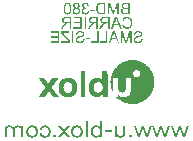
<source format=gbo>
G04*
G04 #@! TF.GenerationSoftware,Altium Limited,Altium Designer,21.6.4 (81)*
G04*
G04 Layer_Color=32896*
%FSLAX44Y44*%
%MOMM*%
G71*
G04*
G04 #@! TF.SameCoordinates,B426352F-7976-453D-B7C3-6DF0A089D787*
G04*
G04*
G04 #@! TF.FilePolarity,Positive*
G04*
G01*
G75*
G36*
X100737Y336983D02*
X100941Y336962D01*
X101138Y336927D01*
X101321Y336884D01*
X101490Y336835D01*
X101645Y336779D01*
X101793Y336723D01*
X101926Y336659D01*
X102046Y336596D01*
X102152Y336540D01*
X102243Y336483D01*
X102320Y336434D01*
X102384Y336392D01*
X102426Y336357D01*
X102454Y336336D01*
X102461Y336329D01*
X102602Y336202D01*
X102729Y336061D01*
X102841Y335914D01*
X102940Y335759D01*
X103031Y335604D01*
X103116Y335449D01*
X103186Y335294D01*
X103249Y335147D01*
X103298Y335006D01*
X103341Y334879D01*
X103376Y334767D01*
X103404Y334661D01*
X103425Y334577D01*
X103439Y334520D01*
X103453Y334478D01*
Y334471D01*
Y334464D01*
X102257Y334253D01*
X102229Y334415D01*
X102194Y334563D01*
X102159Y334696D01*
X102109Y334823D01*
X102067Y334943D01*
X102011Y335048D01*
X101962Y335147D01*
X101912Y335238D01*
X101863Y335308D01*
X101821Y335379D01*
X101779Y335435D01*
X101743Y335477D01*
X101708Y335513D01*
X101687Y335541D01*
X101673Y335555D01*
X101666Y335562D01*
X101575Y335639D01*
X101483Y335709D01*
X101385Y335766D01*
X101286Y335815D01*
X101188Y335864D01*
X101096Y335900D01*
X100913Y335949D01*
X100829Y335970D01*
X100751Y335984D01*
X100681Y335991D01*
X100618Y335998D01*
X100576Y336005D01*
X100505D01*
X100379Y335998D01*
X100252Y335984D01*
X100139Y335963D01*
X100027Y335935D01*
X99928Y335906D01*
X99830Y335864D01*
X99745Y335829D01*
X99668Y335787D01*
X99598Y335745D01*
X99534Y335709D01*
X99485Y335667D01*
X99436Y335639D01*
X99401Y335611D01*
X99380Y335590D01*
X99365Y335576D01*
X99358Y335569D01*
X99281Y335484D01*
X99211Y335400D01*
X99147Y335308D01*
X99098Y335217D01*
X99056Y335126D01*
X99021Y335034D01*
X98964Y334865D01*
X98943Y334788D01*
X98929Y334717D01*
X98922Y334647D01*
X98915Y334598D01*
X98908Y334549D01*
Y334514D01*
Y334492D01*
Y334485D01*
X98915Y334338D01*
X98936Y334197D01*
X98964Y334063D01*
X99007Y333944D01*
X99049Y333831D01*
X99098Y333732D01*
X99154Y333641D01*
X99211Y333557D01*
X99274Y333486D01*
X99323Y333423D01*
X99380Y333374D01*
X99422Y333331D01*
X99464Y333296D01*
X99492Y333275D01*
X99513Y333261D01*
X99520Y333254D01*
X99633Y333184D01*
X99752Y333127D01*
X99872Y333071D01*
X99992Y333029D01*
X100224Y332958D01*
X100329Y332930D01*
X100435Y332909D01*
X100533Y332895D01*
X100618Y332881D01*
X100695Y332874D01*
X100765Y332867D01*
X100815Y332860D01*
X100948D01*
X101012Y332867D01*
X101040D01*
X101061Y332874D01*
X101082D01*
X101216Y331826D01*
X101033Y331868D01*
X100871Y331896D01*
X100730Y331924D01*
X100604Y331938D01*
X100505Y331945D01*
X100435Y331952D01*
X100372D01*
X100217Y331945D01*
X100076Y331931D01*
X99935Y331903D01*
X99809Y331868D01*
X99689Y331826D01*
X99577Y331784D01*
X99471Y331734D01*
X99380Y331685D01*
X99295Y331636D01*
X99218Y331587D01*
X99154Y331544D01*
X99105Y331502D01*
X99063Y331467D01*
X99028Y331439D01*
X99014Y331425D01*
X99007Y331418D01*
X98908Y331312D01*
X98831Y331207D01*
X98753Y331094D01*
X98690Y330981D01*
X98641Y330869D01*
X98598Y330756D01*
X98563Y330644D01*
X98535Y330538D01*
X98507Y330440D01*
X98493Y330348D01*
X98479Y330264D01*
X98472Y330201D01*
X98465Y330137D01*
Y330095D01*
Y330067D01*
Y330060D01*
X98472Y329905D01*
X98493Y329750D01*
X98521Y329609D01*
X98556Y329476D01*
X98598Y329342D01*
X98648Y329230D01*
X98704Y329117D01*
X98753Y329019D01*
X98810Y328927D01*
X98866Y328850D01*
X98915Y328779D01*
X98957Y328723D01*
X98993Y328674D01*
X99021Y328646D01*
X99042Y328624D01*
X99049Y328618D01*
X99161Y328512D01*
X99274Y328428D01*
X99394Y328350D01*
X99513Y328280D01*
X99633Y328223D01*
X99752Y328174D01*
X99872Y328139D01*
X99978Y328104D01*
X100083Y328083D01*
X100175Y328062D01*
X100259Y328055D01*
X100336Y328041D01*
X100393D01*
X100442Y328033D01*
X100477D01*
X100611Y328041D01*
X100730Y328055D01*
X100850Y328076D01*
X100962Y328104D01*
X101068Y328139D01*
X101166Y328174D01*
X101258Y328216D01*
X101342Y328259D01*
X101420Y328294D01*
X101483Y328336D01*
X101546Y328371D01*
X101589Y328406D01*
X101631Y328434D01*
X101659Y328456D01*
X101673Y328470D01*
X101680Y328477D01*
X101772Y328568D01*
X101849Y328667D01*
X101926Y328779D01*
X101997Y328899D01*
X102116Y329138D01*
X102215Y329384D01*
X102250Y329497D01*
X102285Y329603D01*
X102313Y329694D01*
X102334Y329778D01*
X102356Y329849D01*
X102370Y329905D01*
X102377Y329933D01*
Y329947D01*
X103573Y329785D01*
X103545Y329560D01*
X103502Y329349D01*
X103439Y329152D01*
X103376Y328962D01*
X103298Y328786D01*
X103221Y328624D01*
X103137Y328470D01*
X103052Y328336D01*
X102968Y328216D01*
X102890Y328111D01*
X102813Y328019D01*
X102750Y327942D01*
X102693Y327879D01*
X102651Y327836D01*
X102623Y327808D01*
X102616Y327801D01*
X102454Y327668D01*
X102278Y327548D01*
X102102Y327449D01*
X101926Y327365D01*
X101743Y327288D01*
X101568Y327224D01*
X101392Y327175D01*
X101230Y327140D01*
X101075Y327105D01*
X100934Y327084D01*
X100808Y327062D01*
X100695Y327056D01*
X100611Y327048D01*
X100540Y327041D01*
X100484D01*
X100224Y327048D01*
X99978Y327077D01*
X99738Y327126D01*
X99520Y327182D01*
X99309Y327245D01*
X99119Y327323D01*
X98936Y327400D01*
X98774Y327485D01*
X98634Y327569D01*
X98500Y327646D01*
X98394Y327724D01*
X98303Y327787D01*
X98226Y327844D01*
X98176Y327893D01*
X98148Y327921D01*
X98134Y327928D01*
X97972Y328097D01*
X97824Y328273D01*
X97698Y328456D01*
X97592Y328639D01*
X97501Y328821D01*
X97423Y329004D01*
X97367Y329173D01*
X97318Y329342D01*
X97276Y329497D01*
X97248Y329638D01*
X97226Y329764D01*
X97212Y329877D01*
X97205Y329961D01*
X97198Y330032D01*
Y330074D01*
Y330088D01*
X97205Y330264D01*
X97219Y330426D01*
X97241Y330580D01*
X97276Y330728D01*
X97311Y330869D01*
X97346Y330996D01*
X97395Y331115D01*
X97438Y331228D01*
X97480Y331326D01*
X97522Y331411D01*
X97564Y331481D01*
X97599Y331544D01*
X97635Y331594D01*
X97656Y331629D01*
X97670Y331650D01*
X97677Y331657D01*
X97768Y331769D01*
X97874Y331875D01*
X97979Y331967D01*
X98085Y332051D01*
X98197Y332128D01*
X98310Y332192D01*
X98423Y332255D01*
X98528Y332304D01*
X98627Y332354D01*
X98718Y332389D01*
X98802Y332424D01*
X98880Y332445D01*
X98936Y332466D01*
X98986Y332480D01*
X99014Y332487D01*
X99021D01*
X98901Y332543D01*
X98788Y332607D01*
X98683Y332677D01*
X98584Y332740D01*
X98493Y332811D01*
X98416Y332881D01*
X98338Y332944D01*
X98275Y333008D01*
X98211Y333071D01*
X98162Y333127D01*
X98120Y333177D01*
X98085Y333219D01*
X98057Y333254D01*
X98036Y333282D01*
X98029Y333296D01*
X98021Y333303D01*
X97958Y333402D01*
X97909Y333500D01*
X97860Y333606D01*
X97824Y333704D01*
X97761Y333894D01*
X97719Y334077D01*
X97705Y334155D01*
X97698Y334232D01*
X97684Y334295D01*
Y334352D01*
X97677Y334394D01*
Y334429D01*
Y334450D01*
Y334457D01*
X97684Y334584D01*
X97691Y334703D01*
X97733Y334936D01*
X97789Y335147D01*
X97824Y335238D01*
X97853Y335330D01*
X97888Y335414D01*
X97923Y335484D01*
X97951Y335555D01*
X97979Y335604D01*
X98000Y335653D01*
X98021Y335681D01*
X98029Y335703D01*
X98036Y335709D01*
X98106Y335815D01*
X98183Y335921D01*
X98345Y336104D01*
X98514Y336265D01*
X98683Y336399D01*
X98760Y336455D01*
X98831Y336505D01*
X98894Y336547D01*
X98950Y336582D01*
X99000Y336610D01*
X99035Y336631D01*
X99056Y336638D01*
X99063Y336645D01*
X99190Y336709D01*
X99316Y336758D01*
X99443Y336807D01*
X99577Y336842D01*
X99823Y336906D01*
X99935Y336927D01*
X100048Y336948D01*
X100146Y336962D01*
X100238Y336969D01*
X100322Y336983D01*
X100393D01*
X100449Y336990D01*
X100526D01*
X100737Y336983D01*
D02*
G37*
G36*
X108252Y330137D02*
X104565D01*
Y331340D01*
X108252D01*
Y330137D01*
D02*
G37*
G36*
X128817Y327217D02*
X127572D01*
Y335505D01*
X124765Y327217D01*
X123597D01*
X120761Y335365D01*
Y327217D01*
X119516D01*
Y336955D01*
X121254D01*
X123590Y330179D01*
X123653Y329989D01*
X123716Y329813D01*
X123765Y329652D01*
X123822Y329497D01*
X123864Y329356D01*
X123906Y329230D01*
X123948Y329117D01*
X123984Y329011D01*
X124012Y328920D01*
X124040Y328843D01*
X124061Y328772D01*
X124075Y328716D01*
X124089Y328674D01*
X124103Y328646D01*
X124110Y328624D01*
Y328618D01*
X124138Y328716D01*
X124174Y328815D01*
X124209Y328927D01*
X124244Y329047D01*
X124321Y329286D01*
X124399Y329518D01*
X124434Y329631D01*
X124469Y329729D01*
X124497Y329821D01*
X124525Y329905D01*
X124546Y329968D01*
X124561Y330018D01*
X124568Y330046D01*
X124575Y330060D01*
X126882Y336955D01*
X128817D01*
Y327217D01*
D02*
G37*
G36*
X137893D02*
X134017D01*
X133848Y327224D01*
X133693Y327231D01*
X133545Y327245D01*
X133412Y327253D01*
X133278Y327267D01*
X133158Y327281D01*
X133053Y327302D01*
X132954Y327316D01*
X132870Y327330D01*
X132793Y327344D01*
X132729Y327351D01*
X132680Y327365D01*
X132645Y327372D01*
X132624Y327379D01*
X132617D01*
X132384Y327449D01*
X132180Y327520D01*
X131997Y327604D01*
X131920Y327640D01*
X131843Y327682D01*
X131779Y327717D01*
X131723Y327752D01*
X131674Y327780D01*
X131632Y327808D01*
X131596Y327829D01*
X131575Y327844D01*
X131561Y327858D01*
X131554D01*
X131399Y327984D01*
X131266Y328132D01*
X131146Y328280D01*
X131041Y328428D01*
X130956Y328554D01*
X130921Y328610D01*
X130893Y328660D01*
X130872Y328702D01*
X130858Y328730D01*
X130844Y328751D01*
Y328758D01*
X130745Y328983D01*
X130675Y329208D01*
X130618Y329427D01*
X130583Y329624D01*
X130569Y329708D01*
X130562Y329792D01*
X130555Y329863D01*
Y329919D01*
X130548Y329968D01*
Y330010D01*
Y330032D01*
Y330039D01*
X130555Y330193D01*
X130569Y330341D01*
X130590Y330489D01*
X130625Y330623D01*
X130661Y330756D01*
X130696Y330876D01*
X130745Y330989D01*
X130787Y331094D01*
X130829Y331185D01*
X130872Y331270D01*
X130914Y331340D01*
X130949Y331397D01*
X130984Y331446D01*
X131005Y331481D01*
X131019Y331502D01*
X131026Y331509D01*
X131118Y331622D01*
X131216Y331727D01*
X131329Y331826D01*
X131435Y331910D01*
X131547Y331995D01*
X131660Y332065D01*
X131772Y332128D01*
X131885Y332185D01*
X131983Y332241D01*
X132082Y332283D01*
X132166Y332318D01*
X132237Y332346D01*
X132300Y332368D01*
X132342Y332382D01*
X132377Y332396D01*
X132384D01*
X132258Y332459D01*
X132145Y332529D01*
X132040Y332600D01*
X131934Y332677D01*
X131843Y332755D01*
X131758Y332825D01*
X131688Y332895D01*
X131617Y332966D01*
X131561Y333029D01*
X131505Y333092D01*
X131463Y333142D01*
X131427Y333191D01*
X131399Y333233D01*
X131378Y333261D01*
X131371Y333275D01*
X131364Y333282D01*
X131301Y333388D01*
X131252Y333493D01*
X131202Y333592D01*
X131167Y333697D01*
X131104Y333894D01*
X131062Y334077D01*
X131048Y334155D01*
X131041Y334232D01*
X131026Y334295D01*
Y334352D01*
X131019Y334394D01*
Y334429D01*
Y334450D01*
Y334457D01*
X131026Y334584D01*
X131033Y334703D01*
X131083Y334943D01*
X131139Y335161D01*
X131174Y335259D01*
X131209Y335358D01*
X131252Y335442D01*
X131287Y335513D01*
X131315Y335583D01*
X131343Y335639D01*
X131371Y335681D01*
X131392Y335717D01*
X131399Y335738D01*
X131406Y335745D01*
X131484Y335857D01*
X131561Y335963D01*
X131646Y336054D01*
X131730Y336146D01*
X131821Y336230D01*
X131906Y336301D01*
X131990Y336371D01*
X132075Y336427D01*
X132152Y336483D01*
X132230Y336526D01*
X132293Y336568D01*
X132349Y336596D01*
X132399Y336624D01*
X132434Y336638D01*
X132455Y336652D01*
X132462D01*
X132588Y336709D01*
X132729Y336751D01*
X133025Y336828D01*
X133320Y336884D01*
X133468Y336899D01*
X133609Y336920D01*
X133735Y336927D01*
X133862Y336941D01*
X133967Y336948D01*
X134066D01*
X134143Y336955D01*
X137893D01*
Y327217D01*
D02*
G37*
G36*
X117447D02*
X113937D01*
X113620Y327224D01*
X113465Y327231D01*
X113324Y327245D01*
X113184Y327253D01*
X113057Y327267D01*
X112937Y327281D01*
X112825Y327302D01*
X112726Y327316D01*
X112635Y327330D01*
X112557Y327344D01*
X112494Y327351D01*
X112445Y327365D01*
X112403Y327372D01*
X112382Y327379D01*
X112375D01*
X112128Y327449D01*
X111903Y327527D01*
X111805Y327569D01*
X111706Y327604D01*
X111622Y327646D01*
X111537Y327689D01*
X111467Y327724D01*
X111404Y327759D01*
X111347Y327787D01*
X111298Y327815D01*
X111263Y327836D01*
X111235Y327851D01*
X111221Y327865D01*
X111214D01*
X111038Y327998D01*
X110869Y328139D01*
X110721Y328287D01*
X110588Y328428D01*
X110482Y328554D01*
X110433Y328610D01*
X110398Y328660D01*
X110369Y328695D01*
X110348Y328730D01*
X110334Y328744D01*
X110327Y328751D01*
X110179Y328976D01*
X110053Y329208D01*
X109933Y329448D01*
X109842Y329673D01*
X109799Y329771D01*
X109764Y329870D01*
X109729Y329954D01*
X109708Y330025D01*
X109687Y330081D01*
X109673Y330130D01*
X109659Y330158D01*
Y330165D01*
X109574Y330496D01*
X109511Y330834D01*
X109462Y331164D01*
X109448Y331326D01*
X109434Y331474D01*
X109419Y331615D01*
X109412Y331741D01*
X109405Y331854D01*
Y331945D01*
X109398Y332030D01*
Y332086D01*
Y332121D01*
Y332135D01*
X109405Y332375D01*
X109412Y332607D01*
X109434Y332832D01*
X109462Y333043D01*
X109490Y333247D01*
X109518Y333437D01*
X109553Y333620D01*
X109588Y333782D01*
X109631Y333929D01*
X109666Y334063D01*
X109694Y334176D01*
X109722Y334274D01*
X109750Y334352D01*
X109771Y334401D01*
X109778Y334436D01*
X109785Y334450D01*
X109863Y334633D01*
X109947Y334816D01*
X110032Y334978D01*
X110123Y335140D01*
X110222Y335287D01*
X110320Y335421D01*
X110412Y335548D01*
X110503Y335667D01*
X110595Y335766D01*
X110672Y335857D01*
X110749Y335935D01*
X110813Y335998D01*
X110862Y336047D01*
X110904Y336090D01*
X110932Y336111D01*
X110939Y336118D01*
X111052Y336209D01*
X111172Y336293D01*
X111411Y336434D01*
X111650Y336561D01*
X111868Y336652D01*
X111973Y336695D01*
X112065Y336723D01*
X112149Y336751D01*
X112220Y336779D01*
X112283Y336793D01*
X112325Y336807D01*
X112353Y336814D01*
X112360D01*
X112480Y336842D01*
X112607Y336863D01*
X112740Y336878D01*
X112881Y336899D01*
X113170Y336920D01*
X113451Y336941D01*
X113585D01*
X113704Y336948D01*
X113817D01*
X113908Y336955D01*
X117447D01*
Y327217D01*
D02*
G37*
G36*
X93075Y336983D02*
X93294Y336962D01*
X93505Y336927D01*
X93694Y336878D01*
X93877Y336821D01*
X94046Y336758D01*
X94201Y336695D01*
X94335Y336631D01*
X94461Y336561D01*
X94567Y336497D01*
X94658Y336434D01*
X94736Y336378D01*
X94799Y336336D01*
X94841Y336293D01*
X94869Y336272D01*
X94876Y336265D01*
X95010Y336125D01*
X95130Y335984D01*
X95228Y335829D01*
X95313Y335681D01*
X95390Y335527D01*
X95454Y335379D01*
X95503Y335238D01*
X95538Y335097D01*
X95573Y334971D01*
X95594Y334851D01*
X95615Y334746D01*
X95622Y334654D01*
X95629Y334584D01*
X95636Y334528D01*
Y334492D01*
Y334478D01*
X95629Y334352D01*
X95622Y334225D01*
X95580Y333993D01*
X95552Y333887D01*
X95524Y333789D01*
X95489Y333697D01*
X95454Y333613D01*
X95425Y333535D01*
X95390Y333465D01*
X95362Y333409D01*
X95334Y333360D01*
X95313Y333317D01*
X95292Y333289D01*
X95285Y333275D01*
X95278Y333268D01*
X95207Y333177D01*
X95130Y333092D01*
X94954Y332937D01*
X94771Y332804D01*
X94588Y332691D01*
X94504Y332649D01*
X94426Y332607D01*
X94356Y332572D01*
X94293Y332543D01*
X94243Y332522D01*
X94208Y332508D01*
X94180Y332494D01*
X94173D01*
X94335Y332445D01*
X94490Y332389D01*
X94630Y332325D01*
X94764Y332262D01*
X94891Y332192D01*
X95003Y332114D01*
X95102Y332044D01*
X95200Y331973D01*
X95278Y331903D01*
X95348Y331840D01*
X95411Y331777D01*
X95461Y331727D01*
X95503Y331685D01*
X95531Y331650D01*
X95545Y331629D01*
X95552Y331622D01*
X95636Y331495D01*
X95707Y331368D01*
X95770Y331235D01*
X95826Y331101D01*
X95876Y330967D01*
X95911Y330841D01*
X95946Y330707D01*
X95967Y330588D01*
X95988Y330475D01*
X96002Y330369D01*
X96016Y330271D01*
X96023Y330193D01*
X96030Y330123D01*
Y330074D01*
Y330046D01*
Y330032D01*
X96023Y329799D01*
X95995Y329574D01*
X95946Y329363D01*
X95890Y329159D01*
X95826Y328976D01*
X95749Y328800D01*
X95672Y328639D01*
X95587Y328491D01*
X95510Y328357D01*
X95432Y328245D01*
X95355Y328146D01*
X95285Y328062D01*
X95235Y327991D01*
X95186Y327949D01*
X95158Y327914D01*
X95151Y327907D01*
X94975Y327759D01*
X94799Y327625D01*
X94609Y327513D01*
X94412Y327414D01*
X94215Y327330D01*
X94025Y327267D01*
X93835Y327210D01*
X93652Y327161D01*
X93483Y327126D01*
X93322Y327098D01*
X93181Y327084D01*
X93061Y327070D01*
X92963Y327062D01*
X92885Y327056D01*
X92822D01*
X92562Y327062D01*
X92309Y327091D01*
X92076Y327133D01*
X91851Y327189D01*
X91647Y327253D01*
X91457Y327323D01*
X91281Y327400D01*
X91119Y327478D01*
X90979Y327555D01*
X90859Y327632D01*
X90746Y327703D01*
X90662Y327766D01*
X90592Y327822D01*
X90542Y327865D01*
X90507Y327893D01*
X90500Y327900D01*
X90345Y328062D01*
X90205Y328237D01*
X90092Y328406D01*
X89987Y328589D01*
X89902Y328765D01*
X89832Y328934D01*
X89769Y329103D01*
X89726Y329265D01*
X89691Y329420D01*
X89663Y329560D01*
X89642Y329680D01*
X89628Y329785D01*
X89621Y329877D01*
X89614Y329940D01*
Y329982D01*
Y329996D01*
X89621Y330165D01*
X89635Y330327D01*
X89656Y330475D01*
X89684Y330623D01*
X89726Y330756D01*
X89761Y330890D01*
X89804Y331003D01*
X89846Y331115D01*
X89895Y331214D01*
X89937Y331298D01*
X89973Y331376D01*
X90008Y331439D01*
X90043Y331488D01*
X90064Y331523D01*
X90078Y331544D01*
X90085Y331551D01*
X90177Y331671D01*
X90282Y331777D01*
X90388Y331882D01*
X90500Y331973D01*
X90613Y332058D01*
X90725Y332135D01*
X90838Y332206D01*
X90951Y332269D01*
X91049Y332325D01*
X91148Y332368D01*
X91232Y332410D01*
X91309Y332438D01*
X91373Y332466D01*
X91415Y332480D01*
X91450Y332494D01*
X91457D01*
X91323Y332551D01*
X91204Y332607D01*
X91091Y332670D01*
X90979Y332733D01*
X90887Y332797D01*
X90796Y332860D01*
X90718Y332923D01*
X90641Y332987D01*
X90578Y333043D01*
X90528Y333099D01*
X90479Y333142D01*
X90444Y333184D01*
X90409Y333219D01*
X90388Y333247D01*
X90381Y333261D01*
X90374Y333268D01*
X90310Y333367D01*
X90254Y333465D01*
X90205Y333564D01*
X90163Y333662D01*
X90099Y333859D01*
X90057Y334042D01*
X90043Y334127D01*
X90036Y334204D01*
X90029Y334274D01*
X90022Y334330D01*
X90015Y334380D01*
Y334415D01*
Y334436D01*
Y334443D01*
X90022Y334640D01*
X90050Y334823D01*
X90085Y335006D01*
X90134Y335175D01*
X90198Y335330D01*
X90261Y335477D01*
X90331Y335618D01*
X90402Y335745D01*
X90479Y335857D01*
X90549Y335956D01*
X90613Y336040D01*
X90676Y336111D01*
X90725Y336167D01*
X90761Y336209D01*
X90789Y336237D01*
X90796Y336244D01*
X90943Y336378D01*
X91105Y336491D01*
X91274Y336589D01*
X91443Y336673D01*
X91612Y336751D01*
X91781Y336807D01*
X91950Y336856D01*
X92112Y336899D01*
X92259Y336927D01*
X92400Y336948D01*
X92527Y336969D01*
X92632Y336976D01*
X92724Y336983D01*
X92787Y336990D01*
X92843D01*
X93075Y336983D01*
D02*
G37*
G36*
X85477D02*
X85660Y336969D01*
X85836Y336941D01*
X86004Y336899D01*
X86159Y336856D01*
X86307Y336807D01*
X86441Y336758D01*
X86560Y336709D01*
X86673Y336652D01*
X86764Y336603D01*
X86849Y336554D01*
X86919Y336512D01*
X86975Y336476D01*
X87010Y336448D01*
X87039Y336427D01*
X87046Y336420D01*
X87172Y336308D01*
X87292Y336188D01*
X87404Y336061D01*
X87510Y335928D01*
X87601Y335794D01*
X87686Y335653D01*
X87770Y335520D01*
X87834Y335393D01*
X87897Y335273D01*
X87953Y335161D01*
X87996Y335055D01*
X88038Y334971D01*
X88066Y334893D01*
X88087Y334844D01*
X88094Y334809D01*
X88101Y334795D01*
X88164Y334591D01*
X88214Y334373D01*
X88263Y334148D01*
X88305Y333915D01*
X88368Y333451D01*
X88390Y333226D01*
X88411Y333008D01*
X88425Y332804D01*
X88432Y332614D01*
X88439Y332445D01*
X88446Y332304D01*
Y332241D01*
X88453Y332185D01*
Y332135D01*
Y332093D01*
Y332058D01*
Y332037D01*
Y332023D01*
Y332016D01*
Y331763D01*
X88439Y331516D01*
X88432Y331284D01*
X88411Y331059D01*
X88390Y330841D01*
X88361Y330630D01*
X88333Y330433D01*
X88305Y330243D01*
X88270Y330053D01*
X88228Y329884D01*
X88193Y329715D01*
X88150Y329560D01*
X88108Y329406D01*
X88066Y329265D01*
X88017Y329131D01*
X87974Y329004D01*
X87932Y328892D01*
X87883Y328779D01*
X87841Y328681D01*
X87799Y328582D01*
X87756Y328498D01*
X87721Y328420D01*
X87679Y328350D01*
X87644Y328287D01*
X87616Y328231D01*
X87587Y328188D01*
X87559Y328146D01*
X87538Y328111D01*
X87517Y328090D01*
X87503Y328069D01*
X87496Y328062D01*
Y328055D01*
X87341Y327879D01*
X87172Y327724D01*
X86996Y327590D01*
X86813Y327478D01*
X86624Y327379D01*
X86441Y327302D01*
X86265Y327231D01*
X86089Y327182D01*
X85920Y327140D01*
X85772Y327112D01*
X85632Y327084D01*
X85512Y327070D01*
X85413Y327062D01*
X85343Y327056D01*
X85280D01*
X85083Y327062D01*
X84900Y327084D01*
X84724Y327112D01*
X84555Y327147D01*
X84400Y327189D01*
X84260Y327238D01*
X84126Y327288D01*
X83999Y327344D01*
X83894Y327393D01*
X83795Y327443D01*
X83718Y327492D01*
X83647Y327534D01*
X83591Y327576D01*
X83556Y327604D01*
X83528Y327618D01*
X83521Y327625D01*
X83394Y327738D01*
X83274Y327858D01*
X83162Y327984D01*
X83056Y328118D01*
X82965Y328259D01*
X82880Y328392D01*
X82796Y328526D01*
X82726Y328653D01*
X82669Y328772D01*
X82613Y328885D01*
X82571Y328990D01*
X82529Y329075D01*
X82501Y329152D01*
X82479Y329201D01*
X82472Y329237D01*
X82465Y329251D01*
X82402Y329455D01*
X82346Y329673D01*
X82296Y329898D01*
X82254Y330130D01*
X82191Y330588D01*
X82170Y330813D01*
X82149Y331031D01*
X82135Y331235D01*
X82128Y331418D01*
X82121Y331587D01*
X82114Y331734D01*
Y331798D01*
X82107Y331854D01*
Y331903D01*
Y331938D01*
Y331973D01*
Y331995D01*
Y332009D01*
Y332016D01*
Y332283D01*
X82114Y332529D01*
X82128Y332769D01*
X82142Y332987D01*
X82156Y333191D01*
X82177Y333381D01*
X82198Y333557D01*
X82219Y333711D01*
X82240Y333852D01*
X82261Y333972D01*
X82282Y334077D01*
X82296Y334162D01*
X82311Y334232D01*
X82325Y334274D01*
X82332Y334309D01*
Y334316D01*
X82374Y334471D01*
X82423Y334626D01*
X82465Y334767D01*
X82515Y334900D01*
X82571Y335027D01*
X82620Y335147D01*
X82669Y335259D01*
X82719Y335358D01*
X82761Y335449D01*
X82803Y335527D01*
X82838Y335597D01*
X82873Y335653D01*
X82902Y335695D01*
X82923Y335731D01*
X82930Y335752D01*
X82937Y335759D01*
X83084Y335970D01*
X83246Y336153D01*
X83408Y336315D01*
X83563Y336441D01*
X83633Y336497D01*
X83704Y336540D01*
X83760Y336582D01*
X83809Y336617D01*
X83851Y336638D01*
X83880Y336659D01*
X83901Y336673D01*
X83908D01*
X84020Y336730D01*
X84133Y336779D01*
X84372Y336856D01*
X84604Y336913D01*
X84815Y336948D01*
X84914Y336962D01*
X84998Y336976D01*
X85083Y336983D01*
X85146D01*
X85202Y336990D01*
X85280D01*
X85477Y336983D01*
D02*
G37*
G36*
X135814Y325087D02*
X136046Y325066D01*
X136272Y325038D01*
X136490Y325002D01*
X136694Y324960D01*
X136891Y324904D01*
X137074Y324855D01*
X137243Y324798D01*
X137390Y324742D01*
X137531Y324693D01*
X137651Y324644D01*
X137749Y324594D01*
X137834Y324559D01*
X137890Y324531D01*
X137925Y324510D01*
X137939Y324503D01*
X138136Y324383D01*
X138319Y324257D01*
X138488Y324123D01*
X138650Y323982D01*
X138798Y323842D01*
X138931Y323701D01*
X139058Y323553D01*
X139163Y323419D01*
X139262Y323293D01*
X139353Y323166D01*
X139424Y323061D01*
X139487Y322969D01*
X139529Y322885D01*
X139564Y322828D01*
X139586Y322793D01*
X139593Y322779D01*
X139691Y322561D01*
X139782Y322343D01*
X139860Y322118D01*
X139923Y321893D01*
X139980Y321668D01*
X140029Y321442D01*
X140064Y321231D01*
X140099Y321034D01*
X140120Y320844D01*
X140141Y320668D01*
X140148Y320514D01*
X140162Y320380D01*
Y320274D01*
X140169Y320232D01*
Y320197D01*
Y320169D01*
Y320148D01*
Y320134D01*
Y320127D01*
X140162Y319866D01*
X140148Y319613D01*
X140120Y319367D01*
X140092Y319135D01*
X140050Y318902D01*
X140008Y318691D01*
X139958Y318487D01*
X139909Y318297D01*
X139867Y318129D01*
X139818Y317974D01*
X139775Y317840D01*
X139733Y317727D01*
X139705Y317636D01*
X139677Y317573D01*
X139663Y317530D01*
X139656Y317523D01*
Y317516D01*
X139557Y317298D01*
X139445Y317087D01*
X139325Y316897D01*
X139206Y316714D01*
X139079Y316553D01*
X138952Y316398D01*
X138833Y316264D01*
X138713Y316137D01*
X138601Y316025D01*
X138495Y315933D01*
X138404Y315849D01*
X138319Y315786D01*
X138249Y315736D01*
X138200Y315694D01*
X138171Y315673D01*
X138157Y315666D01*
X137967Y315553D01*
X137763Y315455D01*
X137552Y315370D01*
X137341Y315293D01*
X137130Y315237D01*
X136912Y315180D01*
X136708Y315138D01*
X136504Y315103D01*
X136321Y315082D01*
X136145Y315061D01*
X135990Y315047D01*
X135857Y315033D01*
X135751D01*
X135702Y315026D01*
X135596D01*
X135315Y315033D01*
X135048Y315061D01*
X134794Y315103D01*
X134548Y315152D01*
X134323Y315216D01*
X134112Y315286D01*
X133915Y315363D01*
X133739Y315441D01*
X133577Y315518D01*
X133436Y315596D01*
X133310Y315666D01*
X133211Y315729D01*
X133127Y315779D01*
X133070Y315821D01*
X133035Y315849D01*
X133021Y315856D01*
X132831Y316025D01*
X132655Y316201D01*
X132493Y316391D01*
X132346Y316588D01*
X132212Y316792D01*
X132092Y316989D01*
X131987Y317186D01*
X131895Y317383D01*
X131811Y317566D01*
X131741Y317735D01*
X131684Y317882D01*
X131635Y318016D01*
X131600Y318121D01*
X131586Y318171D01*
X131579Y318206D01*
X131572Y318234D01*
X131565Y318255D01*
X131558Y318269D01*
Y318276D01*
X132845Y318600D01*
X132901Y318375D01*
X132965Y318171D01*
X133035Y317974D01*
X133120Y317798D01*
X133197Y317629D01*
X133288Y317474D01*
X133373Y317341D01*
X133457Y317214D01*
X133535Y317108D01*
X133612Y317010D01*
X133682Y316932D01*
X133746Y316869D01*
X133795Y316813D01*
X133830Y316778D01*
X133858Y316756D01*
X133865Y316749D01*
X134013Y316644D01*
X134161Y316545D01*
X134316Y316461D01*
X134471Y316391D01*
X134625Y316334D01*
X134780Y316285D01*
X134928Y316243D01*
X135069Y316208D01*
X135195Y316180D01*
X135322Y316166D01*
X135427Y316151D01*
X135519Y316137D01*
X135596D01*
X135653Y316130D01*
X135702D01*
X135864Y316137D01*
X136025Y316151D01*
X136180Y316173D01*
X136335Y316201D01*
X136476Y316236D01*
X136616Y316278D01*
X136743Y316313D01*
X136863Y316362D01*
X136968Y316405D01*
X137067Y316440D01*
X137151Y316482D01*
X137221Y316517D01*
X137278Y316545D01*
X137320Y316567D01*
X137348Y316581D01*
X137355Y316588D01*
X137496Y316679D01*
X137623Y316778D01*
X137742Y316883D01*
X137855Y316996D01*
X137953Y317108D01*
X138045Y317228D01*
X138129Y317341D01*
X138207Y317446D01*
X138270Y317551D01*
X138326Y317650D01*
X138375Y317742D01*
X138411Y317819D01*
X138446Y317882D01*
X138467Y317924D01*
X138474Y317960D01*
X138481Y317967D01*
X138544Y318143D01*
X138601Y318326D01*
X138650Y318508D01*
X138685Y318698D01*
X138755Y319057D01*
X138776Y319233D01*
X138798Y319402D01*
X138812Y319550D01*
X138819Y319690D01*
X138826Y319817D01*
X138833Y319923D01*
X138840Y320014D01*
Y320077D01*
Y320120D01*
Y320134D01*
X138833Y320317D01*
X138826Y320493D01*
X138791Y320830D01*
X138769Y320992D01*
X138741Y321147D01*
X138713Y321295D01*
X138685Y321428D01*
X138657Y321555D01*
X138636Y321668D01*
X138608Y321766D01*
X138587Y321850D01*
X138565Y321914D01*
X138551Y321963D01*
X138537Y321998D01*
Y322005D01*
X138474Y322174D01*
X138404Y322329D01*
X138326Y322477D01*
X138242Y322610D01*
X138157Y322744D01*
X138073Y322864D01*
X137981Y322969D01*
X137897Y323068D01*
X137812Y323152D01*
X137735Y323229D01*
X137665Y323293D01*
X137601Y323349D01*
X137552Y323391D01*
X137517Y323426D01*
X137489Y323441D01*
X137482Y323447D01*
X137334Y323546D01*
X137179Y323623D01*
X137024Y323701D01*
X136870Y323764D01*
X136708Y323813D01*
X136553Y323856D01*
X136405Y323891D01*
X136258Y323919D01*
X136124Y323947D01*
X135997Y323961D01*
X135885Y323975D01*
X135786Y323982D01*
X135709Y323989D01*
X135603D01*
X135420Y323982D01*
X135252Y323968D01*
X135090Y323947D01*
X134935Y323912D01*
X134794Y323877D01*
X134661Y323834D01*
X134541Y323792D01*
X134428Y323750D01*
X134330Y323701D01*
X134238Y323659D01*
X134161Y323616D01*
X134098Y323581D01*
X134048Y323546D01*
X134013Y323525D01*
X133992Y323511D01*
X133985Y323504D01*
X133865Y323405D01*
X133753Y323300D01*
X133654Y323180D01*
X133556Y323061D01*
X133464Y322927D01*
X133387Y322800D01*
X133310Y322674D01*
X133246Y322547D01*
X133190Y322427D01*
X133134Y322315D01*
X133091Y322216D01*
X133056Y322132D01*
X133028Y322054D01*
X133007Y322005D01*
X133000Y321970D01*
X132993Y321956D01*
X131727Y322252D01*
X131804Y322498D01*
X131903Y322730D01*
X132001Y322948D01*
X132114Y323152D01*
X132226Y323335D01*
X132339Y323511D01*
X132458Y323666D01*
X132571Y323806D01*
X132683Y323933D01*
X132782Y324039D01*
X132873Y324137D01*
X132958Y324207D01*
X133021Y324271D01*
X133077Y324313D01*
X133106Y324341D01*
X133120Y324348D01*
X133310Y324482D01*
X133507Y324594D01*
X133718Y324693D01*
X133922Y324777D01*
X134126Y324855D01*
X134330Y324911D01*
X134527Y324960D01*
X134717Y325002D01*
X134900Y325031D01*
X135062Y325052D01*
X135202Y325073D01*
X135329Y325080D01*
X135434Y325087D01*
X135477Y325094D01*
X135575D01*
X135814Y325087D01*
D02*
G37*
G36*
X131030Y315187D02*
X129672D01*
X128610Y318136D01*
X124522D01*
X123396Y315187D01*
X121933D01*
X125915Y324925D01*
X127294D01*
X131030Y315187D01*
D02*
G37*
G36*
X120884D02*
X119597D01*
Y319515D01*
X117929D01*
X117782Y319508D01*
X117655Y319501D01*
X117556Y319493D01*
X117486Y319479D01*
X117430Y319472D01*
X117395Y319465D01*
X117388D01*
X117275Y319430D01*
X117170Y319395D01*
X117071Y319346D01*
X116987Y319303D01*
X116909Y319268D01*
X116853Y319233D01*
X116818Y319212D01*
X116804Y319205D01*
X116691Y319128D01*
X116579Y319029D01*
X116473Y318916D01*
X116367Y318811D01*
X116283Y318712D01*
X116213Y318628D01*
X116185Y318593D01*
X116163Y318572D01*
X116156Y318558D01*
X116149Y318551D01*
X116079Y318459D01*
X116002Y318361D01*
X115847Y318150D01*
X115692Y317924D01*
X115544Y317706D01*
X115481Y317608D01*
X115418Y317516D01*
X115361Y317432D01*
X115312Y317355D01*
X115277Y317298D01*
X115249Y317249D01*
X115228Y317221D01*
X115221Y317214D01*
X113933Y315187D01*
X112322D01*
X114003Y317833D01*
X114193Y318114D01*
X114292Y318241D01*
X114383Y318368D01*
X114475Y318480D01*
X114566Y318586D01*
X114651Y318684D01*
X114728Y318776D01*
X114798Y318860D01*
X114869Y318931D01*
X114925Y318987D01*
X114974Y319043D01*
X115016Y319078D01*
X115045Y319114D01*
X115066Y319128D01*
X115073Y319135D01*
X115185Y319226D01*
X115305Y319310D01*
X115432Y319395D01*
X115558Y319465D01*
X115671Y319529D01*
X115720Y319557D01*
X115762Y319578D01*
X115798Y319599D01*
X115826Y319606D01*
X115840Y319620D01*
X115847D01*
X115594Y319662D01*
X115354Y319711D01*
X115136Y319775D01*
X114932Y319838D01*
X114749Y319916D01*
X114573Y319986D01*
X114425Y320063D01*
X114285Y320141D01*
X114165Y320218D01*
X114067Y320289D01*
X113975Y320352D01*
X113905Y320408D01*
X113849Y320457D01*
X113806Y320493D01*
X113785Y320514D01*
X113778Y320521D01*
X113659Y320654D01*
X113553Y320802D01*
X113462Y320943D01*
X113384Y321091D01*
X113321Y321238D01*
X113265Y321386D01*
X113222Y321527D01*
X113187Y321660D01*
X113159Y321787D01*
X113138Y321900D01*
X113124Y322005D01*
X113110Y322090D01*
Y322167D01*
X113103Y322223D01*
Y322252D01*
Y322266D01*
X113110Y322413D01*
X113117Y322561D01*
X113138Y322702D01*
X113166Y322835D01*
X113194Y322962D01*
X113229Y323082D01*
X113272Y323194D01*
X113307Y323300D01*
X113342Y323391D01*
X113384Y323476D01*
X113419Y323553D01*
X113448Y323616D01*
X113476Y323666D01*
X113490Y323701D01*
X113504Y323722D01*
X113511Y323729D01*
X113588Y323849D01*
X113673Y323961D01*
X113764Y324060D01*
X113849Y324158D01*
X113940Y324243D01*
X114031Y324320D01*
X114123Y324383D01*
X114207Y324447D01*
X114285Y324496D01*
X114362Y324538D01*
X114425Y324580D01*
X114482Y324608D01*
X114531Y324630D01*
X114566Y324644D01*
X114587Y324658D01*
X114594D01*
X114728Y324707D01*
X114876Y324749D01*
X115031Y324784D01*
X115185Y324813D01*
X115516Y324862D01*
X115678Y324876D01*
X115833Y324890D01*
X115988Y324904D01*
X116121Y324911D01*
X116248Y324918D01*
X116360D01*
X116445Y324925D01*
X120884D01*
Y315187D01*
D02*
G37*
G36*
X111062D02*
X109775D01*
Y319515D01*
X108107D01*
X107960Y319508D01*
X107833Y319501D01*
X107734Y319493D01*
X107664Y319479D01*
X107608Y319472D01*
X107573Y319465D01*
X107566D01*
X107453Y319430D01*
X107347Y319395D01*
X107249Y319346D01*
X107165Y319303D01*
X107087Y319268D01*
X107031Y319233D01*
X106996Y319212D01*
X106982Y319205D01*
X106869Y319128D01*
X106756Y319029D01*
X106651Y318916D01*
X106545Y318811D01*
X106461Y318712D01*
X106391Y318628D01*
X106362Y318593D01*
X106341Y318572D01*
X106334Y318558D01*
X106327Y318551D01*
X106257Y318459D01*
X106180Y318361D01*
X106025Y318150D01*
X105870Y317924D01*
X105722Y317706D01*
X105659Y317608D01*
X105596Y317516D01*
X105539Y317432D01*
X105490Y317355D01*
X105455Y317298D01*
X105427Y317249D01*
X105406Y317221D01*
X105399Y317214D01*
X104111Y315187D01*
X102500D01*
X104181Y317833D01*
X104371Y318114D01*
X104470Y318241D01*
X104561Y318368D01*
X104653Y318480D01*
X104744Y318586D01*
X104829Y318684D01*
X104906Y318776D01*
X104976Y318860D01*
X105047Y318931D01*
X105103Y318987D01*
X105152Y319043D01*
X105195Y319078D01*
X105223Y319114D01*
X105244Y319128D01*
X105251Y319135D01*
X105363Y319226D01*
X105483Y319310D01*
X105610Y319395D01*
X105736Y319465D01*
X105849Y319529D01*
X105898Y319557D01*
X105940Y319578D01*
X105976Y319599D01*
X106004Y319606D01*
X106018Y319620D01*
X106025D01*
X105772Y319662D01*
X105532Y319711D01*
X105314Y319775D01*
X105110Y319838D01*
X104927Y319916D01*
X104751Y319986D01*
X104604Y320063D01*
X104463Y320141D01*
X104343Y320218D01*
X104245Y320289D01*
X104153Y320352D01*
X104083Y320408D01*
X104027Y320457D01*
X103984Y320493D01*
X103963Y320514D01*
X103956Y320521D01*
X103837Y320654D01*
X103731Y320802D01*
X103640Y320943D01*
X103562Y321091D01*
X103499Y321238D01*
X103443Y321386D01*
X103400Y321527D01*
X103365Y321660D01*
X103337Y321787D01*
X103316Y321900D01*
X103302Y322005D01*
X103288Y322090D01*
Y322167D01*
X103281Y322223D01*
Y322252D01*
Y322266D01*
X103288Y322413D01*
X103295Y322561D01*
X103316Y322702D01*
X103344Y322835D01*
X103372Y322962D01*
X103407Y323082D01*
X103450Y323194D01*
X103485Y323300D01*
X103520Y323391D01*
X103562Y323476D01*
X103597Y323553D01*
X103626Y323616D01*
X103654Y323666D01*
X103668Y323701D01*
X103682Y323722D01*
X103689Y323729D01*
X103766Y323849D01*
X103851Y323961D01*
X103942Y324060D01*
X104027Y324158D01*
X104118Y324243D01*
X104209Y324320D01*
X104301Y324383D01*
X104385Y324447D01*
X104463Y324496D01*
X104540Y324538D01*
X104604Y324580D01*
X104660Y324608D01*
X104709Y324630D01*
X104744Y324644D01*
X104765Y324658D01*
X104772D01*
X104906Y324707D01*
X105054Y324749D01*
X105209Y324784D01*
X105363Y324813D01*
X105694Y324862D01*
X105856Y324876D01*
X106011Y324890D01*
X106166Y324904D01*
X106299Y324911D01*
X106426Y324918D01*
X106538D01*
X106623Y324925D01*
X111062D01*
Y315187D01*
D02*
G37*
G36*
X101043D02*
X99756D01*
Y324925D01*
X101043D01*
Y315187D01*
D02*
G37*
G36*
X97455D02*
X90194D01*
Y316334D01*
X96168D01*
Y319648D01*
X90785D01*
Y320795D01*
X96168D01*
Y323778D01*
X90419D01*
Y324925D01*
X97455D01*
Y315187D01*
D02*
G37*
G36*
X88393D02*
X87106D01*
Y319515D01*
X85438D01*
X85290Y319508D01*
X85164Y319501D01*
X85065Y319493D01*
X84995Y319479D01*
X84938Y319472D01*
X84903Y319465D01*
X84896D01*
X84784Y319430D01*
X84678Y319395D01*
X84580Y319346D01*
X84495Y319303D01*
X84418Y319268D01*
X84362Y319233D01*
X84326Y319212D01*
X84312Y319205D01*
X84200Y319128D01*
X84087Y319029D01*
X83982Y318916D01*
X83876Y318811D01*
X83792Y318712D01*
X83721Y318628D01*
X83693Y318593D01*
X83672Y318572D01*
X83665Y318558D01*
X83658Y318551D01*
X83588Y318459D01*
X83510Y318361D01*
X83355Y318150D01*
X83201Y317924D01*
X83053Y317706D01*
X82990Y317608D01*
X82926Y317516D01*
X82870Y317432D01*
X82821Y317355D01*
X82786Y317298D01*
X82757Y317249D01*
X82736Y317221D01*
X82729Y317214D01*
X81442Y315187D01*
X79830Y315187D01*
X81512Y317833D01*
X81702Y318114D01*
X81800Y318241D01*
X81892Y318368D01*
X81983Y318480D01*
X82075Y318586D01*
X82159Y318684D01*
X82237Y318776D01*
X82307Y318860D01*
X82378Y318931D01*
X82434Y318987D01*
X82483Y319043D01*
X82525Y319078D01*
X82553Y319114D01*
X82575Y319128D01*
X82582Y319135D01*
X82694Y319226D01*
X82814Y319310D01*
X82940Y319395D01*
X83067Y319465D01*
X83180Y319529D01*
X83229Y319557D01*
X83271Y319578D01*
X83306Y319599D01*
X83334Y319606D01*
X83348Y319620D01*
X83355D01*
X83102Y319662D01*
X82863Y319711D01*
X82645Y319775D01*
X82441Y319838D01*
X82258Y319916D01*
X82082Y319986D01*
X81934Y320063D01*
X81793Y320141D01*
X81674Y320218D01*
X81575Y320289D01*
X81484Y320352D01*
X81414Y320408D01*
X81357Y320457D01*
X81315Y320493D01*
X81294Y320514D01*
X81287Y320521D01*
X81167Y320654D01*
X81062Y320802D01*
X80970Y320943D01*
X80893Y321091D01*
X80830Y321238D01*
X80773Y321386D01*
X80731Y321527D01*
X80696Y321660D01*
X80668Y321787D01*
X80647Y321900D01*
X80633Y322005D01*
X80618Y322090D01*
Y322167D01*
X80611Y322223D01*
Y322251D01*
Y322266D01*
X80618Y322413D01*
X80625Y322561D01*
X80647Y322702D01*
X80675Y322835D01*
X80703Y322962D01*
X80738Y323082D01*
X80780Y323194D01*
X80815Y323300D01*
X80851Y323391D01*
X80893Y323476D01*
X80928Y323553D01*
X80956Y323616D01*
X80984Y323666D01*
X80998Y323701D01*
X81012Y323722D01*
X81019Y323729D01*
X81097Y323849D01*
X81181Y323961D01*
X81273Y324060D01*
X81357Y324158D01*
X81449Y324243D01*
X81540Y324320D01*
X81632Y324383D01*
X81716Y324447D01*
X81793Y324496D01*
X81871Y324538D01*
X81934Y324580D01*
X81990Y324608D01*
X82040Y324630D01*
X82075Y324644D01*
X82096Y324658D01*
X82103D01*
X82237Y324707D01*
X82385Y324749D01*
X82539Y324784D01*
X82694Y324813D01*
X83025Y324862D01*
X83187Y324876D01*
X83341Y324890D01*
X83496Y324904D01*
X83630Y324911D01*
X83757Y324918D01*
X83869D01*
X83954Y324925D01*
X88393D01*
Y315187D01*
D02*
G37*
G36*
X104604Y306092D02*
X100917D01*
Y307295D01*
X104604D01*
Y306092D01*
D02*
G37*
G36*
X139543Y303172D02*
X138298D01*
Y311460D01*
X135491Y303172D01*
X134323D01*
X131487Y311319D01*
Y303172D01*
X130242D01*
Y312909D01*
X131980D01*
X134316Y306134D01*
X134379Y305944D01*
X134442Y305768D01*
X134492Y305606D01*
X134548Y305451D01*
X134590Y305311D01*
X134632Y305184D01*
X134675Y305071D01*
X134710Y304966D01*
X134738Y304874D01*
X134766Y304797D01*
X134787Y304727D01*
X134801Y304670D01*
X134815Y304628D01*
X134829Y304600D01*
X134836Y304579D01*
Y304572D01*
X134865Y304670D01*
X134900Y304769D01*
X134935Y304881D01*
X134970Y305001D01*
X135048Y305240D01*
X135125Y305473D01*
X135160Y305585D01*
X135195Y305683D01*
X135223Y305775D01*
X135252Y305859D01*
X135273Y305923D01*
X135287Y305972D01*
X135294Y306000D01*
X135301Y306014D01*
X137608Y312909D01*
X139543D01*
Y303172D01*
D02*
G37*
G36*
X129229D02*
X127871D01*
X126809Y306120D01*
X122721D01*
X121595Y303172D01*
X120132D01*
X124114Y312909D01*
X125493D01*
X129229Y303172D01*
D02*
G37*
G36*
X119154D02*
X113075D01*
Y304319D01*
X117866D01*
Y312909D01*
X119154D01*
Y303172D01*
D02*
G37*
G36*
X111590D02*
X105511D01*
Y304319D01*
X110302D01*
Y312909D01*
X111590D01*
Y303172D01*
D02*
G37*
G36*
X90159D02*
X88871D01*
Y312909D01*
X90159D01*
Y303172D01*
D02*
G37*
G36*
X86810Y311763D02*
X81378D01*
X81561Y311572D01*
X81744Y311369D01*
X81913Y311178D01*
X82068Y310996D01*
X82138Y310911D01*
X82202Y310841D01*
X82251Y310770D01*
X82300Y310714D01*
X82342Y310665D01*
X82370Y310630D01*
X82385Y310609D01*
X82392Y310602D01*
X87373Y304361D01*
Y303172D01*
X79676Y303172D01*
Y304319D01*
X85895Y304319D01*
X85311Y305001D01*
X79837Y311762D01*
Y312909D01*
X86810Y312909D01*
Y311763D01*
D02*
G37*
G36*
X78261Y303172D02*
X71001D01*
Y304319D01*
X76974D01*
Y307632D01*
X71592D01*
Y308779D01*
X76974D01*
Y311762D01*
X71226D01*
Y312909D01*
X78261D01*
Y303172D01*
D02*
G37*
G36*
X145397Y313071D02*
X145573Y313064D01*
X145742Y313050D01*
X145911Y313029D01*
X146066Y313001D01*
X146213Y312973D01*
X146347Y312945D01*
X146474Y312909D01*
X146593Y312881D01*
X146699Y312846D01*
X146783Y312818D01*
X146861Y312797D01*
X146924Y312769D01*
X146966Y312754D01*
X146994Y312747D01*
X147001Y312740D01*
X147149Y312677D01*
X147283Y312607D01*
X147409Y312529D01*
X147529Y312452D01*
X147641Y312367D01*
X147740Y312290D01*
X147831Y312206D01*
X147909Y312128D01*
X147979Y312058D01*
X148043Y311988D01*
X148099Y311931D01*
X148141Y311875D01*
X148176Y311833D01*
X148197Y311798D01*
X148211Y311777D01*
X148218Y311770D01*
X148289Y311650D01*
X148352Y311523D01*
X148408Y311404D01*
X148458Y311284D01*
X148500Y311164D01*
X148535Y311052D01*
X148556Y310946D01*
X148584Y310841D01*
X148598Y310742D01*
X148612Y310658D01*
X148619Y310581D01*
X148627Y310517D01*
X148634Y310461D01*
Y310426D01*
Y310397D01*
Y310390D01*
X148627Y310264D01*
X148619Y310144D01*
X148577Y309919D01*
X148528Y309715D01*
X148493Y309624D01*
X148465Y309532D01*
X148429Y309455D01*
X148401Y309384D01*
X148373Y309328D01*
X148345Y309279D01*
X148324Y309237D01*
X148310Y309209D01*
X148303Y309187D01*
X148296Y309180D01*
X148225Y309082D01*
X148155Y308983D01*
X147986Y308807D01*
X147817Y308653D01*
X147649Y308526D01*
X147564Y308470D01*
X147494Y308421D01*
X147423Y308371D01*
X147367Y308336D01*
X147318Y308308D01*
X147283Y308287D01*
X147262Y308280D01*
X147255Y308273D01*
X147142Y308216D01*
X147022Y308167D01*
X146882Y308111D01*
X146734Y308055D01*
X146424Y307949D01*
X146115Y307858D01*
X145974Y307815D01*
X145833Y307780D01*
X145707Y307745D01*
X145601Y307717D01*
X145510Y307696D01*
X145439Y307675D01*
X145418Y307668D01*
X145397D01*
X145390Y307661D01*
X145383D01*
X145144Y307604D01*
X144926Y307548D01*
X144722Y307499D01*
X144546Y307449D01*
X144384Y307407D01*
X144243Y307372D01*
X144124Y307337D01*
X144011Y307302D01*
X143920Y307274D01*
X143842Y307253D01*
X143786Y307231D01*
X143737Y307217D01*
X143694Y307203D01*
X143673Y307196D01*
X143659Y307189D01*
X143652D01*
X143540Y307140D01*
X143441Y307098D01*
X143343Y307048D01*
X143258Y306999D01*
X143174Y306950D01*
X143103Y306901D01*
X143040Y306852D01*
X142984Y306809D01*
X142935Y306767D01*
X142892Y306725D01*
X142822Y306661D01*
X142787Y306619D01*
X142773Y306612D01*
Y306605D01*
X142681Y306472D01*
X142611Y306338D01*
X142562Y306204D01*
X142534Y306085D01*
X142512Y305972D01*
X142505Y305930D01*
Y305888D01*
X142498Y305852D01*
Y305831D01*
Y305817D01*
Y305810D01*
X142512Y305648D01*
X142541Y305487D01*
X142590Y305346D01*
X142639Y305226D01*
X142688Y305121D01*
X142717Y305079D01*
X142738Y305043D01*
X142752Y305015D01*
X142766Y304994D01*
X142780Y304980D01*
Y304973D01*
X142892Y304839D01*
X143026Y304720D01*
X143167Y304614D01*
X143300Y304530D01*
X143427Y304466D01*
X143476Y304438D01*
X143526Y304417D01*
X143561Y304396D01*
X143589Y304382D01*
X143610Y304375D01*
X143617D01*
X143835Y304305D01*
X144053Y304248D01*
X144271Y304213D01*
X144475Y304185D01*
X144567Y304178D01*
X144651Y304171D01*
X144722Y304164D01*
X144785D01*
X144841Y304157D01*
X144912D01*
X145214Y304171D01*
X145496Y304199D01*
X145629Y304227D01*
X145749Y304248D01*
X145869Y304276D01*
X145974Y304305D01*
X146066Y304326D01*
X146157Y304354D01*
X146227Y304382D01*
X146291Y304403D01*
X146340Y304417D01*
X146382Y304431D01*
X146403Y304445D01*
X146410D01*
X146530Y304501D01*
X146643Y304558D01*
X146748Y304621D01*
X146840Y304685D01*
X146931Y304748D01*
X147008Y304811D01*
X147086Y304874D01*
X147149Y304931D01*
X147205Y304987D01*
X147255Y305036D01*
X147297Y305079D01*
X147325Y305121D01*
X147353Y305156D01*
X147374Y305177D01*
X147381Y305191D01*
X147388Y305198D01*
X147494Y305388D01*
X147578Y305585D01*
X147649Y305789D01*
X147698Y305979D01*
X147719Y306070D01*
X147740Y306148D01*
X147754Y306225D01*
X147761Y306289D01*
X147775Y306338D01*
Y306373D01*
X147782Y306401D01*
Y306408D01*
X148999Y306303D01*
X148992Y306120D01*
X148971Y305944D01*
X148943Y305775D01*
X148908Y305613D01*
X148866Y305465D01*
X148824Y305318D01*
X148774Y305184D01*
X148725Y305057D01*
X148683Y304945D01*
X148634Y304846D01*
X148591Y304762D01*
X148549Y304685D01*
X148521Y304628D01*
X148493Y304586D01*
X148479Y304558D01*
X148472Y304551D01*
X148373Y304410D01*
X148268Y304276D01*
X148155Y304157D01*
X148035Y304044D01*
X147923Y303939D01*
X147803Y303840D01*
X147691Y303756D01*
X147578Y303678D01*
X147480Y303615D01*
X147381Y303552D01*
X147297Y303502D01*
X147219Y303460D01*
X147156Y303432D01*
X147114Y303411D01*
X147079Y303397D01*
X147072Y303390D01*
X146903Y303326D01*
X146720Y303263D01*
X146537Y303214D01*
X146347Y303172D01*
X145974Y303101D01*
X145798Y303080D01*
X145629Y303059D01*
X145468Y303045D01*
X145320Y303031D01*
X145186Y303024D01*
X145073Y303017D01*
X144982Y303010D01*
X144855D01*
X144665Y303017D01*
X144475Y303024D01*
X144292Y303045D01*
X144124Y303066D01*
X143962Y303101D01*
X143807Y303130D01*
X143659Y303165D01*
X143526Y303200D01*
X143406Y303235D01*
X143300Y303270D01*
X143209Y303305D01*
X143132Y303334D01*
X143068Y303355D01*
X143019Y303376D01*
X142991Y303383D01*
X142984Y303390D01*
X142829Y303467D01*
X142688Y303545D01*
X142555Y303629D01*
X142435Y303713D01*
X142323Y303805D01*
X142217Y303896D01*
X142118Y303981D01*
X142034Y304065D01*
X141957Y304143D01*
X141893Y304213D01*
X141837Y304283D01*
X141795Y304340D01*
X141760Y304389D01*
X141732Y304424D01*
X141717Y304445D01*
X141710Y304452D01*
X141633Y304586D01*
X141563Y304713D01*
X141499Y304846D01*
X141450Y304973D01*
X141408Y305100D01*
X141373Y305219D01*
X141337Y305339D01*
X141316Y305444D01*
X141295Y305550D01*
X141281Y305641D01*
X141274Y305719D01*
X141267Y305789D01*
X141260Y305845D01*
Y305888D01*
Y305916D01*
Y305923D01*
X141267Y306070D01*
X141274Y306204D01*
X141295Y306338D01*
X141323Y306465D01*
X141351Y306591D01*
X141387Y306704D01*
X141429Y306809D01*
X141464Y306908D01*
X141499Y306992D01*
X141542Y307070D01*
X141577Y307140D01*
X141605Y307196D01*
X141633Y307239D01*
X141647Y307274D01*
X141661Y307295D01*
X141668Y307302D01*
X141753Y307414D01*
X141837Y307520D01*
X142034Y307717D01*
X142245Y307886D01*
X142351Y307963D01*
X142449Y308027D01*
X142548Y308090D01*
X142639Y308146D01*
X142717Y308188D01*
X142787Y308230D01*
X142843Y308259D01*
X142892Y308280D01*
X142921Y308294D01*
X142928Y308301D01*
X143047Y308350D01*
X143188Y308399D01*
X143343Y308456D01*
X143511Y308505D01*
X143687Y308561D01*
X143863Y308610D01*
X144222Y308702D01*
X144391Y308751D01*
X144553Y308786D01*
X144701Y308822D01*
X144827Y308857D01*
X144933Y308878D01*
X144975Y308892D01*
X145010Y308899D01*
X145038Y308906D01*
X145059D01*
X145073Y308913D01*
X145080D01*
X145362Y308983D01*
X145615Y309047D01*
X145840Y309110D01*
X146044Y309173D01*
X146220Y309237D01*
X146382Y309293D01*
X146516Y309349D01*
X146635Y309398D01*
X146734Y309448D01*
X146811Y309490D01*
X146882Y309525D01*
X146931Y309560D01*
X146973Y309581D01*
X146994Y309603D01*
X147008Y309610D01*
X147015Y309617D01*
X147079Y309680D01*
X147135Y309750D01*
X147191Y309821D01*
X147233Y309898D01*
X147297Y310039D01*
X147339Y310179D01*
X147367Y310299D01*
X147374Y310348D01*
X147381Y310397D01*
X147388Y310433D01*
Y310461D01*
Y310475D01*
Y310482D01*
X147381Y310595D01*
X147367Y310700D01*
X147339Y310806D01*
X147304Y310897D01*
X147219Y311073D01*
X147170Y311157D01*
X147121Y311228D01*
X147072Y311291D01*
X147029Y311347D01*
X146980Y311397D01*
X146945Y311439D01*
X146910Y311474D01*
X146882Y311495D01*
X146868Y311509D01*
X146861Y311516D01*
X146755Y311594D01*
X146635Y311657D01*
X146502Y311713D01*
X146368Y311763D01*
X146227Y311805D01*
X146087Y311840D01*
X145805Y311889D01*
X145679Y311910D01*
X145552Y311924D01*
X145446Y311931D01*
X145348Y311938D01*
X145271Y311945D01*
X145158D01*
X144954Y311938D01*
X144764Y311924D01*
X144588Y311903D01*
X144419Y311875D01*
X144271Y311833D01*
X144131Y311798D01*
X144004Y311755D01*
X143891Y311713D01*
X143793Y311664D01*
X143708Y311622D01*
X143638Y311587D01*
X143575Y311551D01*
X143526Y311516D01*
X143497Y311495D01*
X143476Y311481D01*
X143469Y311474D01*
X143371Y311383D01*
X143279Y311277D01*
X143195Y311171D01*
X143125Y311059D01*
X143061Y310939D01*
X143005Y310827D01*
X142956Y310714D01*
X142921Y310602D01*
X142885Y310496D01*
X142857Y310397D01*
X142836Y310306D01*
X142822Y310236D01*
X142808Y310172D01*
X142801Y310123D01*
X142794Y310095D01*
Y310081D01*
X141556Y310172D01*
X141570Y310327D01*
X141584Y310482D01*
X141612Y310630D01*
X141647Y310770D01*
X141682Y310904D01*
X141724Y311031D01*
X141767Y311150D01*
X141809Y311256D01*
X141858Y311354D01*
X141893Y311439D01*
X141936Y311516D01*
X141971Y311579D01*
X141999Y311629D01*
X142020Y311671D01*
X142034Y311692D01*
X142041Y311699D01*
X142126Y311826D01*
X142224Y311938D01*
X142323Y312051D01*
X142428Y312149D01*
X142534Y312241D01*
X142639Y312325D01*
X142738Y312403D01*
X142843Y312466D01*
X142935Y312529D01*
X143026Y312579D01*
X143103Y312628D01*
X143174Y312663D01*
X143230Y312691D01*
X143272Y312712D01*
X143300Y312719D01*
X143308Y312726D01*
X143462Y312790D01*
X143624Y312846D01*
X143786Y312888D01*
X143955Y312930D01*
X144271Y312994D01*
X144426Y313015D01*
X144567Y313036D01*
X144708Y313050D01*
X144827Y313057D01*
X144940Y313071D01*
X145031D01*
X145109Y313078D01*
X145214D01*
X145397Y313071D01*
D02*
G37*
G36*
X96273D02*
X96449Y313064D01*
X96618Y313050D01*
X96787Y313029D01*
X96942Y313001D01*
X97089Y312973D01*
X97223Y312945D01*
X97350Y312909D01*
X97469Y312881D01*
X97575Y312846D01*
X97659Y312818D01*
X97737Y312797D01*
X97800Y312769D01*
X97842Y312754D01*
X97870Y312747D01*
X97877Y312740D01*
X98025Y312677D01*
X98159Y312607D01*
X98285Y312529D01*
X98405Y312452D01*
X98518Y312367D01*
X98616Y312290D01*
X98708Y312206D01*
X98785Y312128D01*
X98855Y312058D01*
X98919Y311988D01*
X98975Y311931D01*
X99017Y311875D01*
X99052Y311833D01*
X99073Y311798D01*
X99087Y311777D01*
X99094Y311770D01*
X99165Y311650D01*
X99228Y311523D01*
X99284Y311404D01*
X99334Y311284D01*
X99376Y311164D01*
X99411Y311052D01*
X99432Y310946D01*
X99460Y310841D01*
X99474Y310742D01*
X99488Y310658D01*
X99496Y310581D01*
X99503Y310517D01*
X99510Y310461D01*
Y310426D01*
Y310397D01*
Y310390D01*
X99503Y310264D01*
X99496Y310144D01*
X99453Y309919D01*
X99404Y309715D01*
X99369Y309624D01*
X99341Y309532D01*
X99306Y309455D01*
X99277Y309384D01*
X99249Y309328D01*
X99221Y309279D01*
X99200Y309237D01*
X99186Y309209D01*
X99179Y309187D01*
X99172Y309180D01*
X99102Y309082D01*
X99031Y308983D01*
X98862Y308807D01*
X98694Y308653D01*
X98525Y308526D01*
X98440Y308470D01*
X98370Y308421D01*
X98300Y308371D01*
X98243Y308336D01*
X98194Y308308D01*
X98159Y308287D01*
X98138Y308280D01*
X98131Y308273D01*
X98018Y308216D01*
X97898Y308167D01*
X97758Y308111D01*
X97610Y308055D01*
X97300Y307949D01*
X96991Y307858D01*
X96850Y307815D01*
X96709Y307780D01*
X96583Y307745D01*
X96477Y307717D01*
X96386Y307696D01*
X96315Y307675D01*
X96294Y307668D01*
X96273D01*
X96266Y307661D01*
X96259D01*
X96020Y307604D01*
X95802Y307548D01*
X95598Y307499D01*
X95422Y307449D01*
X95260Y307407D01*
X95119Y307372D01*
X95000Y307337D01*
X94887Y307302D01*
X94796Y307274D01*
X94718Y307253D01*
X94662Y307231D01*
X94613Y307217D01*
X94571Y307203D01*
X94549Y307196D01*
X94535Y307189D01*
X94528D01*
X94416Y307140D01*
X94317Y307098D01*
X94219Y307048D01*
X94134Y306999D01*
X94050Y306950D01*
X93980Y306901D01*
X93916Y306852D01*
X93860Y306809D01*
X93811Y306767D01*
X93768Y306725D01*
X93698Y306661D01*
X93663Y306619D01*
X93649Y306612D01*
Y306605D01*
X93557Y306472D01*
X93487Y306338D01*
X93438Y306204D01*
X93410Y306085D01*
X93389Y305972D01*
X93381Y305930D01*
Y305888D01*
X93374Y305852D01*
Y305831D01*
Y305817D01*
Y305810D01*
X93389Y305648D01*
X93417Y305487D01*
X93466Y305346D01*
X93515Y305226D01*
X93564Y305121D01*
X93593Y305079D01*
X93614Y305043D01*
X93628Y305015D01*
X93642Y304994D01*
X93656Y304980D01*
Y304973D01*
X93768Y304839D01*
X93902Y304720D01*
X94043Y304614D01*
X94177Y304530D01*
X94303Y304466D01*
X94352Y304438D01*
X94402Y304417D01*
X94437Y304396D01*
X94465Y304382D01*
X94486Y304375D01*
X94493D01*
X94711Y304305D01*
X94929Y304248D01*
X95147Y304213D01*
X95351Y304185D01*
X95443Y304178D01*
X95527Y304171D01*
X95598Y304164D01*
X95661D01*
X95717Y304157D01*
X95788D01*
X96090Y304171D01*
X96372Y304199D01*
X96505Y304227D01*
X96625Y304248D01*
X96745Y304276D01*
X96850Y304305D01*
X96942Y304326D01*
X97033Y304354D01*
X97103Y304382D01*
X97167Y304403D01*
X97216Y304417D01*
X97258Y304431D01*
X97279Y304445D01*
X97286D01*
X97406Y304501D01*
X97519Y304558D01*
X97624Y304621D01*
X97716Y304685D01*
X97807Y304748D01*
X97884Y304811D01*
X97962Y304874D01*
X98025Y304931D01*
X98081Y304987D01*
X98131Y305036D01*
X98173Y305079D01*
X98201Y305121D01*
X98229Y305156D01*
X98250Y305177D01*
X98257Y305191D01*
X98264Y305198D01*
X98370Y305388D01*
X98454Y305585D01*
X98525Y305789D01*
X98574Y305979D01*
X98595Y306070D01*
X98616Y306148D01*
X98630Y306225D01*
X98637Y306289D01*
X98651Y306338D01*
Y306373D01*
X98658Y306401D01*
Y306408D01*
X99875Y306303D01*
X99868Y306120D01*
X99847Y305944D01*
X99819Y305775D01*
X99784Y305613D01*
X99742Y305465D01*
X99700Y305318D01*
X99650Y305184D01*
X99601Y305057D01*
X99559Y304945D01*
X99510Y304846D01*
X99467Y304762D01*
X99425Y304685D01*
X99397Y304628D01*
X99369Y304586D01*
X99355Y304558D01*
X99348Y304551D01*
X99249Y304410D01*
X99144Y304276D01*
X99031Y304157D01*
X98912Y304044D01*
X98799Y303939D01*
X98679Y303840D01*
X98567Y303756D01*
X98454Y303678D01*
X98356Y303615D01*
X98257Y303552D01*
X98173Y303502D01*
X98095Y303460D01*
X98032Y303432D01*
X97990Y303411D01*
X97955Y303397D01*
X97948Y303390D01*
X97779Y303326D01*
X97596Y303263D01*
X97413Y303214D01*
X97223Y303172D01*
X96850Y303101D01*
X96674Y303080D01*
X96505Y303059D01*
X96343Y303045D01*
X96196Y303031D01*
X96062Y303024D01*
X95949Y303017D01*
X95858Y303010D01*
X95731D01*
X95541Y303017D01*
X95351Y303024D01*
X95169Y303045D01*
X95000Y303066D01*
X94838Y303101D01*
X94683Y303130D01*
X94535Y303165D01*
X94402Y303200D01*
X94282Y303235D01*
X94177Y303270D01*
X94085Y303305D01*
X94008Y303334D01*
X93944Y303355D01*
X93895Y303376D01*
X93867Y303383D01*
X93860Y303390D01*
X93705Y303467D01*
X93564Y303545D01*
X93431Y303629D01*
X93311Y303713D01*
X93198Y303805D01*
X93093Y303896D01*
X92994Y303981D01*
X92910Y304065D01*
X92833Y304143D01*
X92769Y304213D01*
X92713Y304283D01*
X92671Y304340D01*
X92636Y304389D01*
X92607Y304424D01*
X92593Y304445D01*
X92586Y304452D01*
X92509Y304586D01*
X92439Y304713D01*
X92375Y304846D01*
X92326Y304973D01*
X92284Y305100D01*
X92249Y305219D01*
X92213Y305339D01*
X92192Y305444D01*
X92171Y305550D01*
X92157Y305641D01*
X92150Y305719D01*
X92143Y305789D01*
X92136Y305845D01*
Y305888D01*
Y305916D01*
Y305923D01*
X92143Y306070D01*
X92150Y306204D01*
X92171Y306338D01*
X92199Y306465D01*
X92228Y306591D01*
X92263Y306704D01*
X92305Y306809D01*
X92340Y306908D01*
X92375Y306992D01*
X92417Y307070D01*
X92453Y307140D01*
X92481Y307196D01*
X92509Y307239D01*
X92523Y307274D01*
X92537Y307295D01*
X92544Y307302D01*
X92629Y307414D01*
X92713Y307520D01*
X92910Y307717D01*
X93121Y307886D01*
X93227Y307963D01*
X93325Y308027D01*
X93424Y308090D01*
X93515Y308146D01*
X93593Y308188D01*
X93663Y308230D01*
X93719Y308259D01*
X93768Y308280D01*
X93797Y308294D01*
X93804Y308301D01*
X93923Y308350D01*
X94064Y308399D01*
X94219Y308456D01*
X94388Y308505D01*
X94564Y308561D01*
X94739Y308610D01*
X95098Y308702D01*
X95267Y308751D01*
X95429Y308786D01*
X95577Y308822D01*
X95703Y308857D01*
X95809Y308878D01*
X95851Y308892D01*
X95886Y308899D01*
X95914Y308906D01*
X95935D01*
X95949Y308913D01*
X95957D01*
X96238Y308983D01*
X96491Y309047D01*
X96716Y309110D01*
X96920Y309173D01*
X97096Y309237D01*
X97258Y309293D01*
X97392Y309349D01*
X97512Y309398D01*
X97610Y309448D01*
X97687Y309490D01*
X97758Y309525D01*
X97807Y309560D01*
X97849Y309581D01*
X97870Y309603D01*
X97884Y309610D01*
X97891Y309617D01*
X97955Y309680D01*
X98011Y309750D01*
X98067Y309821D01*
X98110Y309898D01*
X98173Y310039D01*
X98215Y310179D01*
X98243Y310299D01*
X98250Y310348D01*
X98257Y310397D01*
X98264Y310433D01*
Y310461D01*
Y310475D01*
Y310482D01*
X98257Y310595D01*
X98243Y310700D01*
X98215Y310806D01*
X98180Y310897D01*
X98095Y311073D01*
X98046Y311157D01*
X97997Y311228D01*
X97948Y311291D01*
X97906Y311347D01*
X97856Y311397D01*
X97821Y311439D01*
X97786Y311474D01*
X97758Y311495D01*
X97744Y311509D01*
X97737Y311516D01*
X97631Y311594D01*
X97512Y311657D01*
X97378Y311713D01*
X97244Y311763D01*
X97103Y311805D01*
X96963Y311840D01*
X96681Y311889D01*
X96555Y311910D01*
X96428Y311924D01*
X96322Y311931D01*
X96224Y311938D01*
X96146Y311945D01*
X96034D01*
X95830Y311938D01*
X95640Y311924D01*
X95464Y311903D01*
X95295Y311875D01*
X95147Y311833D01*
X95007Y311798D01*
X94880Y311755D01*
X94768Y311713D01*
X94669Y311664D01*
X94585Y311622D01*
X94514Y311587D01*
X94451Y311551D01*
X94402Y311516D01*
X94374Y311495D01*
X94352Y311481D01*
X94345Y311474D01*
X94247Y311383D01*
X94155Y311277D01*
X94071Y311171D01*
X94001Y311059D01*
X93937Y310939D01*
X93881Y310827D01*
X93832Y310714D01*
X93797Y310602D01*
X93761Y310496D01*
X93733Y310397D01*
X93712Y310306D01*
X93698Y310236D01*
X93684Y310172D01*
X93677Y310123D01*
X93670Y310095D01*
Y310081D01*
X92432Y310172D01*
X92446Y310327D01*
X92460Y310482D01*
X92488Y310630D01*
X92523Y310770D01*
X92558Y310904D01*
X92600Y311031D01*
X92643Y311150D01*
X92685Y311256D01*
X92734Y311354D01*
X92769Y311439D01*
X92811Y311516D01*
X92847Y311579D01*
X92875Y311629D01*
X92896Y311671D01*
X92910Y311692D01*
X92917Y311699D01*
X93001Y311826D01*
X93100Y311938D01*
X93198Y312051D01*
X93304Y312149D01*
X93410Y312241D01*
X93515Y312325D01*
X93614Y312403D01*
X93719Y312466D01*
X93811Y312529D01*
X93902Y312579D01*
X93980Y312628D01*
X94050Y312663D01*
X94106Y312691D01*
X94148Y312712D01*
X94177Y312719D01*
X94184Y312726D01*
X94338Y312790D01*
X94500Y312846D01*
X94662Y312888D01*
X94831Y312930D01*
X95147Y312994D01*
X95302Y313015D01*
X95443Y313036D01*
X95584Y313050D01*
X95703Y313057D01*
X95816Y313071D01*
X95907D01*
X95985Y313078D01*
X96090D01*
X96273Y313071D01*
D02*
G37*
G36*
X117686Y279343D02*
X117932D01*
X118179Y279325D01*
X118426Y279307D01*
X118514D01*
X118620Y279290D01*
X118743D01*
X118849Y279272D01*
X118955D01*
X119043Y279254D01*
X119078Y279237D01*
Y279219D01*
X119096Y279184D01*
Y279131D01*
X119114Y279025D01*
Y278867D01*
X119131Y278761D01*
Y278655D01*
Y278514D01*
Y278356D01*
Y278338D01*
Y278320D01*
Y278267D01*
Y278197D01*
Y278109D01*
X119149Y278003D01*
Y277880D01*
Y277738D01*
Y277404D01*
X119166Y276998D01*
Y276522D01*
Y275993D01*
Y275976D01*
Y275923D01*
Y275852D01*
Y275729D01*
Y275588D01*
Y275429D01*
Y275235D01*
Y275006D01*
Y274759D01*
Y274513D01*
X119184Y274213D01*
Y273913D01*
Y273261D01*
X119202Y272556D01*
Y272538D01*
Y272468D01*
Y272362D01*
Y272221D01*
Y272027D01*
Y271816D01*
Y271569D01*
Y271287D01*
Y270987D01*
Y270670D01*
Y270317D01*
Y269965D01*
Y269189D01*
Y268378D01*
Y257608D01*
X115183D01*
Y258560D01*
Y258577D01*
Y258630D01*
Y258701D01*
Y258806D01*
Y259036D01*
X115165Y259247D01*
Y259265D01*
Y259300D01*
X115147Y259388D01*
X115130Y259494D01*
Y259512D01*
X115112Y259529D01*
X115077Y259512D01*
X115006Y259441D01*
X114953Y259388D01*
X114883Y259318D01*
X114865D01*
X114848Y259282D01*
X114724Y259194D01*
X114566Y259036D01*
X114372Y258859D01*
X114354Y258842D01*
X114319Y258824D01*
X114266Y258771D01*
X114195Y258701D01*
X114107Y258630D01*
X114002Y258542D01*
X113719Y258330D01*
X113385Y258119D01*
X112997Y257890D01*
X112556Y257678D01*
X112080Y257502D01*
X112062D01*
X112027Y257484D01*
X111939Y257467D01*
X111851Y257449D01*
X111728Y257414D01*
X111587Y257396D01*
X111410Y257361D01*
X111216Y257343D01*
X111022Y257308D01*
X110793Y257290D01*
X110300Y257273D01*
X109771Y257290D01*
X109189Y257343D01*
X109171D01*
X109101Y257361D01*
X109013Y257379D01*
X108872Y257396D01*
X108731Y257432D01*
X108537Y257467D01*
X108325Y257502D01*
X108114Y257572D01*
X107620Y257714D01*
X107109Y257908D01*
X106598Y258137D01*
X106122Y258436D01*
X106104Y258454D01*
X106069Y258472D01*
X105998Y258524D01*
X105910Y258595D01*
X105805Y258683D01*
X105681Y258806D01*
X105558Y258930D01*
X105399Y259088D01*
X105241Y259247D01*
X105082Y259441D01*
X104923Y259635D01*
X104747Y259864D01*
X104571Y260111D01*
X104412Y260375D01*
X104253Y260640D01*
X104095Y260939D01*
Y260957D01*
X104077Y260975D01*
X104059Y261028D01*
X104024Y261098D01*
X103954Y261292D01*
X103848Y261539D01*
X103742Y261838D01*
X103654Y262173D01*
X103548Y262526D01*
X103478Y262914D01*
Y262931D01*
X103460Y262967D01*
Y263020D01*
X103442Y263108D01*
X103425Y263196D01*
X103407Y263319D01*
X103390Y263460D01*
X103372Y263619D01*
X103337Y263971D01*
X103319Y264394D01*
X103284Y264870D01*
Y265382D01*
Y265399D01*
Y265470D01*
Y265576D01*
Y265734D01*
X103301Y265910D01*
Y266104D01*
X103319Y266334D01*
X103354Y266598D01*
X103372Y266862D01*
X103407Y267162D01*
X103495Y267761D01*
X103619Y268361D01*
X103795Y268960D01*
Y268978D01*
X103813Y269030D01*
X103848Y269119D01*
X103883Y269224D01*
X103936Y269348D01*
X104007Y269506D01*
X104077Y269683D01*
X104165Y269859D01*
X104377Y270282D01*
X104641Y270705D01*
X104941Y271146D01*
X105293Y271551D01*
X105311Y271569D01*
X105346Y271604D01*
X105399Y271639D01*
X105470Y271710D01*
X105558Y271798D01*
X105681Y271886D01*
X105946Y272115D01*
X106298Y272344D01*
X106668Y272591D01*
X107109Y272803D01*
X107567Y272997D01*
X107585D01*
X107620Y273014D01*
X107691Y273032D01*
X107797Y273067D01*
X107902Y273102D01*
X108061Y273138D01*
X108220Y273173D01*
X108413Y273208D01*
X108625Y273244D01*
X108854Y273279D01*
X109101Y273314D01*
X109365Y273332D01*
X109930Y273367D01*
X110688D01*
X110776Y273349D01*
X110881D01*
X111005Y273332D01*
X111287Y273296D01*
X111604Y273244D01*
X111939Y273173D01*
X112292Y273085D01*
X112609Y272979D01*
X112644Y272961D01*
X112750Y272926D01*
X112909Y272838D01*
X113103Y272732D01*
X113349Y272574D01*
X113614Y272397D01*
X113913Y272186D01*
X114213Y271921D01*
X114883Y271287D01*
Y279360D01*
X117457D01*
X117686Y279343D01*
D02*
G37*
G36*
X76367Y273085D02*
X76878D01*
X77001Y273067D01*
X77142D01*
X77266Y273050D01*
X77336D01*
X77371Y273032D01*
X77354Y273014D01*
X77336Y272961D01*
X77266Y272873D01*
X77177Y272732D01*
X77107Y272644D01*
X77036Y272521D01*
X76948Y272397D01*
X76842Y272239D01*
X76719Y272062D01*
X76578Y271868D01*
X76561Y271851D01*
X76543Y271816D01*
X76490Y271763D01*
X76437Y271675D01*
X76349Y271569D01*
X76261Y271428D01*
X76155Y271287D01*
X76032Y271128D01*
X75891Y270934D01*
X75750Y270723D01*
X75432Y270282D01*
X75062Y269771D01*
X74657Y269207D01*
X74639Y269189D01*
X74604Y269136D01*
X74551Y269048D01*
X74463Y268942D01*
X74357Y268801D01*
X74251Y268643D01*
X74110Y268466D01*
X73969Y268290D01*
X73670Y267867D01*
X73352Y267409D01*
X73017Y266950D01*
X72718Y266510D01*
X72700Y266492D01*
X72682Y266457D01*
X72647Y266404D01*
X72594Y266333D01*
X72471Y266157D01*
X72330Y265946D01*
X72189Y265734D01*
X72065Y265540D01*
X72013Y265452D01*
X71977Y265399D01*
X71942Y265346D01*
Y265329D01*
X71960Y265311D01*
X71995Y265258D01*
X72065Y265170D01*
X72171Y265029D01*
X72242Y264923D01*
X72330Y264818D01*
X72436Y264676D01*
X72541Y264535D01*
X72665Y264342D01*
X72823Y264148D01*
X72841Y264130D01*
X72859Y264095D01*
X72912Y264024D01*
X72964Y263936D01*
X73053Y263830D01*
X73141Y263707D01*
X73264Y263548D01*
X73387Y263372D01*
X73511Y263178D01*
X73670Y262967D01*
X74004Y262508D01*
X74375Y261979D01*
X74798Y261398D01*
X77671Y257608D01*
X75291Y257643D01*
X72912Y257678D01*
X71237Y259988D01*
Y260005D01*
X71202Y260023D01*
X71166Y260076D01*
X71114Y260146D01*
X70990Y260322D01*
X70814Y260552D01*
X70638Y260798D01*
X70426Y261080D01*
X70215Y261362D01*
X70021Y261627D01*
X70003Y261662D01*
X69932Y261733D01*
X69844Y261856D01*
X69756Y261979D01*
X69650Y262103D01*
X69545Y262226D01*
X69474Y262297D01*
X69439Y262332D01*
X69421D01*
X69404Y262314D01*
X69351Y262262D01*
X69298Y262191D01*
X69192Y262068D01*
X69069Y261909D01*
X68892Y261680D01*
X68875Y261644D01*
X68804Y261556D01*
X68681Y261415D01*
X68540Y261221D01*
X68364Y260975D01*
X68152Y260693D01*
X67905Y260375D01*
X67659Y260023D01*
X65913Y257678D01*
X63428Y257643D01*
X63252D01*
X63058Y257625D01*
X61401D01*
X61260Y257643D01*
X61136D01*
X61013Y257661D01*
X60925D01*
X60890Y257678D01*
X60907Y257696D01*
X60925Y257731D01*
X60995Y257819D01*
X61101Y257960D01*
X61172Y258048D01*
X61242Y258154D01*
X61348Y258295D01*
X61454Y258454D01*
X61595Y258630D01*
X61736Y258824D01*
X61753Y258842D01*
X61771Y258877D01*
X61824Y258948D01*
X61877Y259036D01*
X61965Y259141D01*
X62053Y259282D01*
X62176Y259423D01*
X62300Y259600D01*
X62441Y259794D01*
X62599Y260005D01*
X62934Y260481D01*
X63340Y260992D01*
X63763Y261574D01*
X63780Y261592D01*
X63816Y261644D01*
X63886Y261733D01*
X63974Y261856D01*
X64080Y261997D01*
X64204Y262173D01*
X64327Y262367D01*
X64486Y262561D01*
X64803Y263002D01*
X65138Y263478D01*
X65473Y263936D01*
X65772Y264377D01*
Y264394D01*
X65808Y264430D01*
X65843Y264482D01*
X65878Y264553D01*
X66002Y264729D01*
X66143Y264941D01*
X66266Y265152D01*
X66389Y265346D01*
X66425Y265417D01*
X66460Y265487D01*
X66477Y265540D01*
Y265558D01*
X66460Y265575D01*
X66425Y265611D01*
X66372Y265664D01*
X66301Y265752D01*
X66213Y265875D01*
X66090Y266034D01*
X65931Y266263D01*
X65913Y266298D01*
X65843Y266386D01*
X65755Y266527D01*
X65614Y266704D01*
X65455Y266933D01*
X65279Y267197D01*
X65067Y267479D01*
X64838Y267796D01*
Y267814D01*
X64803Y267832D01*
X64785Y267885D01*
X64732Y267938D01*
X64609Y268114D01*
X64433Y268361D01*
X64239Y268625D01*
X64010Y268960D01*
X63745Y269312D01*
X63463Y269700D01*
X63446Y269718D01*
X63428Y269753D01*
X63393Y269806D01*
X63340Y269877D01*
X63199Y270070D01*
X63005Y270317D01*
X62811Y270582D01*
X62599Y270881D01*
X62388Y271163D01*
X62194Y271428D01*
X62176Y271463D01*
X62106Y271534D01*
X62018Y271657D01*
X61912Y271798D01*
X61789Y271974D01*
X61648Y272150D01*
X61383Y272521D01*
X61365Y272538D01*
X61330Y272591D01*
X61277Y272679D01*
X61207Y272768D01*
X61154Y272856D01*
X61101Y272944D01*
X61066Y272997D01*
X61048Y273032D01*
X61066D01*
X61083Y273050D01*
X61136D01*
X61207Y273067D01*
X61330D01*
X61489Y273085D01*
X63005D01*
X63357Y273067D01*
X65649Y273032D01*
X67288Y270758D01*
Y270740D01*
X67324Y270723D01*
X67359Y270670D01*
X67394Y270599D01*
X67535Y270423D01*
X67694Y270194D01*
X67870Y269947D01*
X68082Y269665D01*
X68275Y269401D01*
X68487Y269136D01*
X68505Y269101D01*
X68575Y269030D01*
X68646Y268925D01*
X68751Y268801D01*
X68840Y268678D01*
X68928Y268572D01*
X68998Y268502D01*
X69033Y268466D01*
X69051D01*
X69069Y268484D01*
X69122Y268519D01*
X69192Y268607D01*
X69280Y268713D01*
X69421Y268872D01*
X69598Y269101D01*
X69615Y269136D01*
X69686Y269224D01*
X69791Y269383D01*
X69932Y269577D01*
X70109Y269824D01*
X70303Y270106D01*
X70532Y270405D01*
X70779Y270758D01*
X72453Y273102D01*
X76067D01*
X76367Y273085D01*
D02*
G37*
G36*
X100499Y268466D02*
Y257608D01*
X96339D01*
Y279360D01*
X100499D01*
Y268466D01*
D02*
G37*
G36*
X86908Y273314D02*
X87348Y273279D01*
X87772Y273244D01*
X87965Y273208D01*
X88142Y273173D01*
X88159D01*
X88230Y273155D01*
X88336Y273120D01*
X88477Y273085D01*
X88653Y273014D01*
X88864Y272944D01*
X89094Y272856D01*
X89340Y272768D01*
X89887Y272503D01*
X90187Y272362D01*
X90469Y272186D01*
X90768Y271992D01*
X91068Y271780D01*
X91350Y271551D01*
X91632Y271304D01*
X91650Y271287D01*
X91703Y271234D01*
X91773Y271163D01*
X91861Y271058D01*
X91985Y270917D01*
X92108Y270758D01*
X92249Y270564D01*
X92408Y270352D01*
X92566Y270123D01*
X92725Y269859D01*
X92884Y269577D01*
X93042Y269277D01*
X93183Y268960D01*
X93324Y268625D01*
X93430Y268272D01*
X93536Y267902D01*
Y267885D01*
Y267867D01*
X93553Y267814D01*
X93571Y267726D01*
X93589Y267638D01*
Y267514D01*
X93606Y267391D01*
X93624Y267232D01*
X93642Y267056D01*
X93659Y266862D01*
X93677Y266651D01*
X93694Y266439D01*
X93712Y265928D01*
X93730Y265346D01*
Y265329D01*
Y265276D01*
Y265188D01*
Y265082D01*
Y264941D01*
X93712Y264782D01*
Y264430D01*
X93677Y264024D01*
X93642Y263601D01*
X93606Y263178D01*
X93536Y262808D01*
Y262790D01*
X93518Y262720D01*
X93483Y262614D01*
X93448Y262473D01*
X93377Y262297D01*
X93307Y262085D01*
X93218Y261856D01*
X93130Y261609D01*
X92866Y261080D01*
X92725Y260798D01*
X92549Y260516D01*
X92372Y260217D01*
X92161Y259935D01*
X91932Y259670D01*
X91685Y259406D01*
X91667Y259388D01*
X91614Y259353D01*
X91544Y259282D01*
X91438Y259194D01*
X91297Y259071D01*
X91138Y258948D01*
X90945Y258806D01*
X90733Y258665D01*
X90486Y258507D01*
X90222Y258348D01*
X89940Y258190D01*
X89640Y258031D01*
X89305Y257890D01*
X88953Y257749D01*
X88582Y257625D01*
X88195Y257520D01*
X88177D01*
X88159Y257502D01*
X88089D01*
X88018Y257484D01*
X87930Y257467D01*
X87824Y257449D01*
X87683Y257414D01*
X87525Y257396D01*
X87366Y257379D01*
X87172Y257343D01*
X86749Y257308D01*
X86256Y257290D01*
X85691Y257273D01*
X85304D01*
X85145Y257290D01*
X84792Y257308D01*
X84387Y257326D01*
X83982Y257379D01*
X83576Y257432D01*
X83206Y257520D01*
X83188D01*
X83118Y257537D01*
X83012Y257572D01*
X82871Y257608D01*
X82695Y257678D01*
X82501Y257731D01*
X82289Y257819D01*
X82043Y257907D01*
X81531Y258154D01*
X80985Y258436D01*
X80438Y258789D01*
X80192Y258983D01*
X79945Y259194D01*
X79927Y259212D01*
X79892Y259247D01*
X79822Y259318D01*
X79733Y259406D01*
X79628Y259529D01*
X79504Y259670D01*
X79381Y259846D01*
X79222Y260040D01*
X79064Y260252D01*
X78905Y260481D01*
X78746Y260746D01*
X78588Y261028D01*
X78429Y261327D01*
X78288Y261644D01*
X78129Y261979D01*
X78006Y262332D01*
X77988Y262350D01*
X77971Y262402D01*
X77935Y262508D01*
X77900Y262632D01*
X77865Y262773D01*
X77830Y262949D01*
X77794Y263125D01*
X77777Y263337D01*
Y263372D01*
Y263442D01*
X77759Y263601D01*
Y263795D01*
Y264077D01*
X77741Y264412D01*
Y264606D01*
Y264818D01*
Y265047D01*
Y265293D01*
Y265311D01*
Y265364D01*
Y265434D01*
Y265523D01*
Y265646D01*
Y265769D01*
Y266069D01*
X77759Y266404D01*
Y266721D01*
X77777Y267038D01*
Y267162D01*
X77794Y267285D01*
Y267321D01*
X77812Y267391D01*
Y267497D01*
X77847Y267656D01*
X77882Y267832D01*
X77918Y268043D01*
X78041Y268502D01*
Y268519D01*
X78059Y268572D01*
X78094Y268660D01*
X78147Y268784D01*
X78200Y268925D01*
X78270Y269101D01*
X78341Y269277D01*
X78447Y269489D01*
X78676Y269930D01*
X78975Y270405D01*
X79328Y270864D01*
X79751Y271322D01*
X79769Y271340D01*
X79804Y271375D01*
X79874Y271428D01*
X79963Y271516D01*
X80086Y271604D01*
X80227Y271710D01*
X80386Y271833D01*
X80580Y271974D01*
X80791Y272115D01*
X81020Y272256D01*
X81267Y272397D01*
X81531Y272538D01*
X81831Y272679D01*
X82131Y272820D01*
X82801Y273067D01*
X82836Y273085D01*
X82871D01*
X82942Y273102D01*
X83012Y273120D01*
X83118Y273138D01*
X83241Y273155D01*
X83382Y273191D01*
X83541Y273208D01*
X83735Y273226D01*
X83946Y273261D01*
X84176Y273279D01*
X84440Y273296D01*
X84722Y273314D01*
X85039Y273332D01*
X86449D01*
X86908Y273314D01*
D02*
G37*
G36*
X142170Y288544D02*
X142188D01*
X142276Y288527D01*
X142382Y288509D01*
X142541Y288491D01*
X142734Y288456D01*
X142964Y288421D01*
X143228Y288368D01*
X143510Y288315D01*
X143827Y288245D01*
X144145Y288174D01*
X144850Y288015D01*
X145573Y287804D01*
X146313Y287575D01*
X146330D01*
X146401Y287540D01*
X146507Y287504D01*
X146648Y287451D01*
X146824Y287381D01*
X147018Y287310D01*
X147247Y287222D01*
X147512Y287116D01*
X147776Y286993D01*
X148076Y286870D01*
X148693Y286570D01*
X149362Y286235D01*
X150015Y285865D01*
X150032Y285847D01*
X150085Y285812D01*
X150191Y285759D01*
X150314Y285689D01*
X150455Y285583D01*
X150632Y285459D01*
X150843Y285318D01*
X151055Y285177D01*
X151548Y284807D01*
X152077Y284402D01*
X152641Y283926D01*
X153188Y283415D01*
X153205Y283397D01*
X153258Y283344D01*
X153329Y283274D01*
X153434Y283168D01*
X153575Y283027D01*
X153716Y282868D01*
X153893Y282692D01*
X154069Y282480D01*
X154281Y282251D01*
X154492Y282004D01*
X154950Y281476D01*
X155409Y280876D01*
X155867Y280242D01*
X155885Y280224D01*
X155920Y280154D01*
X155990Y280048D01*
X156079Y279907D01*
X156184Y279713D01*
X156308Y279501D01*
X156449Y279254D01*
X156607Y278972D01*
X156766Y278673D01*
X156942Y278338D01*
X157119Y277985D01*
X157295Y277633D01*
X157630Y276840D01*
X157947Y276011D01*
Y275993D01*
X157982Y275905D01*
X158018Y275782D01*
X158070Y275623D01*
X158123Y275412D01*
X158194Y275165D01*
X158264Y274883D01*
X158335Y274583D01*
X158423Y274231D01*
X158493Y273878D01*
X158564Y273490D01*
X158652Y273085D01*
X158776Y272239D01*
X158864Y271357D01*
Y271322D01*
Y271252D01*
X158881Y271128D01*
Y270952D01*
Y270740D01*
Y270476D01*
X158899Y270194D01*
X158881Y269877D01*
Y269524D01*
X158864Y269154D01*
X158846Y268766D01*
X158811Y268361D01*
X158723Y267514D01*
X158582Y266633D01*
Y266598D01*
X158564Y266527D01*
X158529Y266404D01*
X158493Y266228D01*
X158458Y266016D01*
X158388Y265769D01*
X158317Y265487D01*
X158247Y265170D01*
X158141Y264835D01*
X158035Y264483D01*
X157788Y263725D01*
X157471Y262914D01*
X157119Y262103D01*
X157101Y262085D01*
X157066Y262015D01*
X157013Y261909D01*
X156942Y261750D01*
X156854Y261574D01*
X156748Y261362D01*
X156607Y261133D01*
X156466Y260869D01*
X156308Y260587D01*
X156131Y260287D01*
X155726Y259653D01*
X155268Y259000D01*
X154774Y258348D01*
X154756Y258330D01*
X154704Y258278D01*
X154633Y258190D01*
X154527Y258066D01*
X154404Y257908D01*
X154245Y257731D01*
X154069Y257537D01*
X153875Y257326D01*
X153646Y257097D01*
X153417Y256850D01*
X152888Y256339D01*
X152306Y255810D01*
X151689Y255299D01*
X151672Y255281D01*
X151619Y255246D01*
X151513Y255175D01*
X151390Y255069D01*
X151231Y254964D01*
X151037Y254823D01*
X150826Y254682D01*
X150579Y254523D01*
X150314Y254347D01*
X150032Y254170D01*
X149715Y253976D01*
X149398Y253800D01*
X148710Y253430D01*
X147970Y253078D01*
X147952Y253060D01*
X147882Y253042D01*
X147776Y252989D01*
X147617Y252936D01*
X147441Y252848D01*
X147229Y252760D01*
X146965Y252672D01*
X146701Y252566D01*
X146383Y252460D01*
X146066Y252337D01*
X145714Y252231D01*
X145343Y252108D01*
X144568Y251896D01*
X143739Y251702D01*
X143722D01*
X143686Y251685D01*
X143598D01*
X143510Y251667D01*
X143369Y251650D01*
X143210Y251614D01*
X143034Y251597D01*
X142823Y251579D01*
X142593Y251544D01*
X142329Y251526D01*
X142029Y251509D01*
X141730Y251473D01*
X141377Y251456D01*
X141025D01*
X140637Y251438D01*
X139667D01*
X139456Y251456D01*
X139209D01*
X138962Y251473D01*
X138398Y251509D01*
X137834Y251544D01*
X137288Y251614D01*
X137023Y251650D01*
X136794Y251702D01*
X136759D01*
X136671Y251738D01*
X136530Y251773D01*
X136336Y251808D01*
X136089Y251879D01*
X135807Y251949D01*
X135490Y252055D01*
X135137Y252161D01*
X134767Y252267D01*
X134361Y252408D01*
X133938Y252549D01*
X133498Y252707D01*
X132616Y253078D01*
X131717Y253501D01*
X131682Y253518D01*
X131611Y253553D01*
X131488Y253624D01*
X131312Y253712D01*
X131118Y253836D01*
X130871Y253976D01*
X130589Y254135D01*
X130289Y254329D01*
X129972Y254523D01*
X129637Y254752D01*
X129285Y254999D01*
X128914Y255263D01*
X128174Y255845D01*
X127451Y256480D01*
X126341Y257608D01*
X128192D01*
Y258348D01*
Y258366D01*
Y258401D01*
Y258472D01*
Y258542D01*
Y258718D01*
X128209Y258895D01*
Y258912D01*
Y258930D01*
X128227Y259018D01*
X128245Y259088D01*
Y259106D01*
X128262Y259124D01*
X128280D01*
X128315Y259106D01*
X128403Y259053D01*
X128527Y258948D01*
X128562Y258912D01*
X128650Y258842D01*
X128773Y258718D01*
X128932Y258560D01*
X128950D01*
X128967Y258524D01*
X129020Y258489D01*
X129091Y258436D01*
X129267Y258295D01*
X129514Y258137D01*
X129813Y257943D01*
X130148Y257766D01*
X130519Y257590D01*
X130906Y257449D01*
X130924D01*
X130959Y257432D01*
X131012Y257414D01*
X131100Y257396D01*
X131206Y257379D01*
X131329Y257343D01*
X131470Y257326D01*
X131629Y257290D01*
X131999Y257255D01*
X132422Y257220D01*
X132916D01*
X133445Y257238D01*
X133533D01*
X133639Y257255D01*
X133762Y257273D01*
X133938Y257290D01*
X134115Y257326D01*
X134344Y257361D01*
X134573Y257414D01*
X135084Y257537D01*
X135631Y257714D01*
X136177Y257960D01*
X136441Y258119D01*
X136688Y258278D01*
X136706Y258295D01*
X136741Y258330D01*
X136812Y258383D01*
X136900Y258454D01*
X137006Y258542D01*
X137129Y258665D01*
X137270Y258806D01*
X137411Y258948D01*
X137570Y259124D01*
X137728Y259318D01*
X137869Y259529D01*
X138028Y259758D01*
X138310Y260270D01*
X138433Y260534D01*
X138539Y260834D01*
Y260851D01*
X138557Y260922D01*
X138592Y261028D01*
X138610Y261204D01*
X138645Y261415D01*
X138680Y261697D01*
X138715Y262032D01*
X138733Y262420D01*
Y262438D01*
Y262473D01*
Y262561D01*
Y262667D01*
X138751Y262808D01*
Y262984D01*
Y263213D01*
X138768Y263478D01*
Y263778D01*
X138786Y264130D01*
Y264535D01*
X138804Y264994D01*
Y265487D01*
X138821Y266051D01*
Y266668D01*
X138839Y267338D01*
X138874Y273102D01*
X134555Y273032D01*
Y268466D01*
Y268449D01*
Y268431D01*
Y268378D01*
Y268308D01*
Y268132D01*
Y267902D01*
Y267620D01*
Y267285D01*
Y266933D01*
X134538Y266563D01*
Y265769D01*
X134520Y265364D01*
Y264994D01*
X134502Y264624D01*
Y264289D01*
X134485Y263989D01*
X134467Y263725D01*
Y263707D01*
Y263672D01*
X134450Y263601D01*
Y263531D01*
X134414Y263319D01*
X134379Y263055D01*
X134309Y262790D01*
X134238Y262508D01*
X134132Y262262D01*
X134079Y262156D01*
X134026Y262068D01*
X134009Y262050D01*
X133956Y261979D01*
X133868Y261874D01*
X133780Y261768D01*
X133656Y261627D01*
X133515Y261504D01*
X133374Y261398D01*
X133216Y261310D01*
X133198D01*
X133145Y261274D01*
X133039Y261257D01*
X132898Y261221D01*
X132722Y261169D01*
X132493Y261133D01*
X132228Y261098D01*
X131911Y261063D01*
X131576D01*
X131453Y261080D01*
X131171Y261098D01*
X130836Y261133D01*
X130483Y261204D01*
X130148Y261292D01*
X129849Y261415D01*
X129831D01*
X129813Y261433D01*
X129725Y261486D01*
X129584Y261592D01*
X129408Y261733D01*
X129214Y261927D01*
X129020Y262173D01*
X128826Y262455D01*
X128650Y262808D01*
Y262826D01*
X128632Y262878D01*
X128597Y262967D01*
X128562Y263108D01*
X128527Y263284D01*
X128491Y263495D01*
X128456Y263760D01*
X128439Y264060D01*
Y264077D01*
Y264112D01*
Y264165D01*
X128421Y264253D01*
Y264377D01*
Y264518D01*
Y264694D01*
X128403Y264923D01*
Y265170D01*
X128386Y265470D01*
Y265822D01*
Y266210D01*
X128368Y266633D01*
Y267109D01*
X128350Y267656D01*
Y268237D01*
X128315Y273102D01*
X124032D01*
Y266968D01*
Y260869D01*
X123556Y261803D01*
Y261821D01*
X123538Y261856D01*
X123503Y261909D01*
X123468Y261979D01*
X123415Y262068D01*
X123362Y262191D01*
X123309Y262314D01*
X123238Y262473D01*
X123080Y262826D01*
X122921Y263231D01*
X122745Y263707D01*
X122569Y264218D01*
Y264236D01*
X122551Y264289D01*
X122516Y264359D01*
X122498Y264465D01*
X122445Y264588D01*
X122410Y264747D01*
X122357Y264906D01*
X122304Y265100D01*
X122198Y265505D01*
X122093Y265946D01*
X121987Y266404D01*
X121916Y266862D01*
Y266880D01*
X121899Y266915D01*
Y266986D01*
X121881Y267091D01*
X121863Y267215D01*
X121846Y267356D01*
X121828Y267532D01*
X121793Y267726D01*
X121775Y267938D01*
X121758Y268184D01*
X121740Y268431D01*
X121722Y268713D01*
X121705Y269013D01*
Y269312D01*
X121687Y269982D01*
Y270000D01*
Y270070D01*
Y270159D01*
Y270300D01*
Y270458D01*
X121705Y270635D01*
Y270846D01*
X121722Y271075D01*
X121740Y271569D01*
X121775Y272080D01*
X121846Y272609D01*
X121916Y273102D01*
Y273138D01*
X121934Y273226D01*
X121969Y273384D01*
X122004Y273596D01*
X122057Y273843D01*
X122128Y274142D01*
X122216Y274477D01*
X122304Y274848D01*
X122428Y275253D01*
X122551Y275676D01*
X122692Y276117D01*
X122851Y276575D01*
X123027Y277051D01*
X123221Y277509D01*
X123432Y277985D01*
X123661Y278461D01*
X123679Y278496D01*
X123714Y278567D01*
X123802Y278708D01*
X123891Y278884D01*
X124014Y279096D01*
X124173Y279360D01*
X124349Y279642D01*
X124560Y279960D01*
X124772Y280294D01*
X125019Y280647D01*
X125301Y281017D01*
X125583Y281405D01*
X125883Y281793D01*
X126200Y282181D01*
X126905Y282939D01*
X126923Y282956D01*
X126993Y283027D01*
X127099Y283133D01*
X127240Y283274D01*
X127434Y283450D01*
X127645Y283644D01*
X127892Y283873D01*
X128174Y284102D01*
X128491Y284366D01*
X128826Y284631D01*
X129197Y284913D01*
X129567Y285195D01*
X129990Y285477D01*
X130413Y285759D01*
X131312Y286306D01*
X131347Y286323D01*
X131418Y286358D01*
X131559Y286429D01*
X131753Y286535D01*
X131982Y286640D01*
X132264Y286782D01*
X132581Y286922D01*
X132934Y287064D01*
X133321Y287222D01*
X133744Y287398D01*
X134185Y287557D01*
X134661Y287716D01*
X135155Y287874D01*
X135648Y288015D01*
X136177Y288156D01*
X136706Y288280D01*
X136741D01*
X136794Y288297D01*
X136865D01*
X136953Y288315D01*
X137076Y288333D01*
X137199Y288350D01*
X137358Y288368D01*
X137552Y288386D01*
X137746Y288403D01*
X137975Y288421D01*
X138222Y288438D01*
X138504Y288456D01*
X138804Y288474D01*
X139138Y288491D01*
X139491Y288509D01*
X139579D01*
X139667Y288527D01*
X139967D01*
X140143Y288544D01*
X140337D01*
X140549Y288562D01*
X142012D01*
X142170Y288544D01*
D02*
G37*
G36*
X114721Y223100D02*
X113045D01*
Y224672D01*
X112814Y224360D01*
X112560Y224083D01*
X112294Y223840D01*
X112005Y223632D01*
X111716Y223459D01*
X111427Y223309D01*
X111127Y223193D01*
X110849Y223100D01*
X110572Y223020D01*
X110329Y222962D01*
X110098Y222927D01*
X109902Y222892D01*
X109740Y222881D01*
X109613Y222869D01*
X109509D01*
X109127Y222881D01*
X108758Y222927D01*
X108422Y222996D01*
X108099Y223077D01*
X107810Y223181D01*
X107533Y223297D01*
X107290Y223424D01*
X107070Y223551D01*
X106874Y223667D01*
X106689Y223794D01*
X106550Y223909D01*
X106423Y224013D01*
X106331Y224094D01*
X106261Y224164D01*
X106215Y224210D01*
X106203Y224221D01*
X105996Y224487D01*
X105811Y224776D01*
X105649Y225077D01*
X105510Y225389D01*
X105394Y225712D01*
X105290Y226024D01*
X105210Y226336D01*
X105152Y226637D01*
X105106Y226926D01*
X105059Y227192D01*
X105036Y227423D01*
X105025Y227631D01*
X105013Y227804D01*
X105002Y227873D01*
Y227931D01*
Y227978D01*
Y228012D01*
Y228024D01*
Y228035D01*
X105013Y228486D01*
X105048Y228902D01*
X105117Y229295D01*
X105187Y229665D01*
X105279Y230012D01*
X105383Y230324D01*
X105487Y230601D01*
X105603Y230867D01*
X105718Y231086D01*
X105822Y231294D01*
X105926Y231456D01*
X106019Y231595D01*
X106088Y231710D01*
X106146Y231791D01*
X106192Y231838D01*
X106203Y231849D01*
X106435Y232092D01*
X106689Y232300D01*
X106955Y232485D01*
X107232Y232635D01*
X107498Y232774D01*
X107775Y232878D01*
X108041Y232970D01*
X108307Y233039D01*
X108550Y233097D01*
X108781Y233144D01*
X108989Y233167D01*
X109162Y233190D01*
X109301Y233201D01*
X109416Y233213D01*
X109509D01*
X109925Y233190D01*
X110329Y233144D01*
X110688Y233051D01*
X111034Y232935D01*
X111346Y232808D01*
X111635Y232658D01*
X111890Y232496D01*
X112121Y232334D01*
X112329Y232173D01*
X112502Y232011D01*
X112652Y231861D01*
X112780Y231733D01*
X112872Y231618D01*
X112941Y231537D01*
X112987Y231479D01*
X112999Y231456D01*
Y237131D01*
X114721D01*
Y223100D01*
D02*
G37*
G36*
X43333Y233201D02*
X43703Y233155D01*
X44027Y233086D01*
X44177Y233051D01*
X44316Y233016D01*
X44431Y232970D01*
X44535Y232935D01*
X44639Y232901D01*
X44709Y232878D01*
X44778Y232843D01*
X44824Y232831D01*
X44847Y232808D01*
X44859D01*
X45148Y232647D01*
X45414Y232462D01*
X45633Y232277D01*
X45830Y232092D01*
X45992Y231930D01*
X46107Y231803D01*
X46142Y231757D01*
X46177Y231722D01*
X46188Y231699D01*
X46200Y231687D01*
Y232982D01*
X47875D01*
Y223100D01*
X46153D01*
Y228925D01*
X46142Y229168D01*
X46119Y229399D01*
X46084Y229607D01*
X46038Y229804D01*
X45980Y229977D01*
X45911Y230150D01*
X45853Y230301D01*
X45772Y230428D01*
X45703Y230543D01*
X45645Y230647D01*
X45575Y230740D01*
X45518Y230809D01*
X45472Y230867D01*
X45437Y230901D01*
X45414Y230924D01*
X45402Y230936D01*
X45252Y231052D01*
X45090Y231167D01*
X44928Y231248D01*
X44767Y231329D01*
X44593Y231398D01*
X44420Y231456D01*
X44096Y231537D01*
X43946Y231560D01*
X43807Y231583D01*
X43680Y231595D01*
X43576Y231606D01*
X43495Y231618D01*
X43368D01*
X43125Y231606D01*
X42906Y231583D01*
X42698Y231549D01*
X42513Y231514D01*
X42340Y231456D01*
X42178Y231398D01*
X42039Y231329D01*
X41912Y231271D01*
X41796Y231202D01*
X41704Y231133D01*
X41623Y231075D01*
X41554Y231028D01*
X41507Y230982D01*
X41461Y230948D01*
X41450Y230924D01*
X41438Y230913D01*
X41334Y230774D01*
X41230Y230613D01*
X41149Y230451D01*
X41080Y230277D01*
X40976Y229907D01*
X40907Y229561D01*
X40872Y229387D01*
X40860Y229237D01*
X40849Y229098D01*
X40837Y228971D01*
X40826Y228867D01*
Y228798D01*
Y228740D01*
Y228729D01*
Y223100D01*
X39104D01*
Y228925D01*
X39092Y229168D01*
X39069Y229399D01*
X39034Y229607D01*
X38988Y229804D01*
X38930Y229977D01*
X38861Y230150D01*
X38791Y230301D01*
X38722Y230428D01*
X38653Y230543D01*
X38584Y230647D01*
X38514Y230740D01*
X38456Y230809D01*
X38410Y230867D01*
X38375Y230901D01*
X38352Y230924D01*
X38341Y230936D01*
X38191Y231052D01*
X38029Y231167D01*
X37867Y231248D01*
X37694Y231329D01*
X37532Y231398D01*
X37359Y231456D01*
X37035Y231537D01*
X36896Y231560D01*
X36758Y231583D01*
X36630Y231595D01*
X36526Y231606D01*
X36434Y231618D01*
X36318D01*
X36076Y231606D01*
X35856Y231583D01*
X35648Y231549D01*
X35452Y231514D01*
X35278Y231456D01*
X35116Y231398D01*
X34978Y231329D01*
X34851Y231271D01*
X34735Y231202D01*
X34643Y231133D01*
X34562Y231075D01*
X34492Y231028D01*
X34446Y230982D01*
X34400Y230948D01*
X34388Y230924D01*
X34377Y230913D01*
X34273Y230774D01*
X34169Y230613D01*
X34088Y230451D01*
X34018Y230277D01*
X33914Y229907D01*
X33845Y229561D01*
X33811Y229387D01*
X33799Y229237D01*
X33787Y229098D01*
X33776Y228971D01*
X33764Y228867D01*
Y228798D01*
Y228740D01*
Y228729D01*
Y223100D01*
X32042D01*
Y229006D01*
X32054Y229376D01*
X32088Y229723D01*
X32135Y230046D01*
X32192Y230347D01*
X32273Y230636D01*
X32354Y230890D01*
X32447Y231121D01*
X32539Y231329D01*
X32632Y231514D01*
X32724Y231676D01*
X32805Y231814D01*
X32886Y231930D01*
X32944Y232011D01*
X32990Y232080D01*
X33025Y232115D01*
X33036Y232127D01*
X33233Y232323D01*
X33441Y232485D01*
X33660Y232635D01*
X33903Y232750D01*
X34134Y232855D01*
X34377Y232947D01*
X34608Y233016D01*
X34839Y233074D01*
X35059Y233120D01*
X35255Y233155D01*
X35440Y233178D01*
X35590Y233201D01*
X35717D01*
X35821Y233213D01*
X35902D01*
X36365Y233190D01*
X36781Y233132D01*
X37174Y233039D01*
X37543Y232912D01*
X37867Y232762D01*
X38168Y232600D01*
X38433Y232427D01*
X38676Y232242D01*
X38884Y232057D01*
X39057Y231884D01*
X39208Y231722D01*
X39335Y231572D01*
X39427Y231456D01*
X39485Y231352D01*
X39531Y231294D01*
X39543Y231271D01*
X39728Y231618D01*
X39947Y231907D01*
X40190Y232173D01*
X40456Y232392D01*
X40733Y232577D01*
X41010Y232739D01*
X41299Y232866D01*
X41577Y232970D01*
X41854Y233051D01*
X42108Y233109D01*
X42328Y233155D01*
X42536Y233178D01*
X42709Y233201D01*
X42767D01*
X42836Y233213D01*
X42941D01*
X43333Y233201D01*
D02*
G37*
G36*
X83402Y228070D02*
X87111Y223100D01*
X85124D01*
X82350Y226891D01*
X79542Y223100D01*
X77496D01*
X81206Y228058D01*
X77565Y232982D01*
X79542D01*
X82234Y229237D01*
X84962Y232982D01*
X87030D01*
X83402Y228070D01*
D02*
G37*
G36*
X123262Y227735D02*
X116917D01*
Y229457D01*
X123262D01*
Y227735D01*
D02*
G37*
G36*
X184641Y223100D02*
X182803D01*
X180330Y231005D01*
X177868Y223100D01*
X176031D01*
X172691Y232982D01*
X174344D01*
X176956Y224892D01*
X179406Y232982D01*
X181208D01*
X183659Y224950D01*
X186224Y232982D01*
X187958D01*
X184641Y223100D01*
D02*
G37*
G36*
X168970D02*
X167132D01*
X164659Y231005D01*
X162197Y223100D01*
X160360D01*
X157020Y232982D01*
X158672D01*
X161284Y224892D01*
X163734Y232982D01*
X165537D01*
X167987Y224950D01*
X170553Y232982D01*
X172286D01*
X168970Y223100D01*
D02*
G37*
G36*
X153298D02*
X151461D01*
X148988Y231005D01*
X146526Y223100D01*
X144688D01*
X141348Y232982D01*
X143001D01*
X145613Y224892D01*
X148063Y232982D01*
X149866D01*
X152316Y224950D01*
X154882Y232982D01*
X156615D01*
X153298Y223100D01*
D02*
G37*
G36*
X134333Y226833D02*
X134322Y226579D01*
X134310Y226325D01*
X134287Y226094D01*
X134252Y225886D01*
X134218Y225678D01*
X134171Y225493D01*
X134125Y225319D01*
X134079Y225158D01*
X134033Y225019D01*
X133987Y224903D01*
X133940Y224788D01*
X133906Y224707D01*
X133871Y224638D01*
X133848Y224591D01*
X133825Y224557D01*
Y224545D01*
X133617Y224233D01*
X133386Y223979D01*
X133143Y223759D01*
X132923Y223574D01*
X132715Y223436D01*
X132623Y223378D01*
X132554Y223343D01*
X132484Y223309D01*
X132438Y223285D01*
X132415Y223262D01*
X132403D01*
X132057Y223135D01*
X131698Y223031D01*
X131352Y222962D01*
X131028Y222916D01*
X130878Y222904D01*
X130739Y222892D01*
X130624Y222881D01*
X130519D01*
X130439Y222869D01*
X130323D01*
X129942Y222881D01*
X129595Y222927D01*
X129283Y222985D01*
X129144Y223020D01*
X129005Y223066D01*
X128890Y223100D01*
X128786Y223135D01*
X128705Y223158D01*
X128624Y223193D01*
X128566Y223216D01*
X128520Y223239D01*
X128497Y223251D01*
X128485D01*
X128196Y223412D01*
X127942Y223597D01*
X127711Y223782D01*
X127526Y223967D01*
X127364Y224141D01*
X127249Y224268D01*
X127214Y224326D01*
X127179Y224360D01*
X127168Y224383D01*
X127156Y224395D01*
Y223100D01*
X125457D01*
Y232982D01*
X127179D01*
Y227446D01*
X127191Y227157D01*
X127214Y226891D01*
X127249Y226649D01*
X127295Y226417D01*
X127364Y226209D01*
X127422Y226024D01*
X127492Y225863D01*
X127561Y225712D01*
X127642Y225574D01*
X127711Y225470D01*
X127769Y225366D01*
X127827Y225296D01*
X127885Y225238D01*
X127919Y225192D01*
X127942Y225169D01*
X127954Y225158D01*
X128104Y225030D01*
X128254Y224926D01*
X128428Y224834D01*
X128589Y224753D01*
X128763Y224684D01*
X128936Y224626D01*
X129260Y224545D01*
X129410Y224510D01*
X129549Y224487D01*
X129664Y224476D01*
X129780Y224464D01*
X129861Y224453D01*
X129988D01*
X130219Y224464D01*
X130427Y224476D01*
X130635Y224510D01*
X130820Y224545D01*
X130993Y224603D01*
X131155Y224649D01*
X131305Y224707D01*
X131433Y224765D01*
X131548Y224823D01*
X131652Y224880D01*
X131733Y224938D01*
X131802Y224984D01*
X131860Y225019D01*
X131895Y225054D01*
X131918Y225065D01*
X131929Y225077D01*
X132045Y225204D01*
X132149Y225343D01*
X132241Y225493D01*
X132322Y225655D01*
X132392Y225816D01*
X132450Y225990D01*
X132530Y226313D01*
X132554Y226475D01*
X132577Y226614D01*
X132588Y226752D01*
X132600Y226856D01*
X132611Y226961D01*
Y227030D01*
Y227076D01*
Y227088D01*
Y232982D01*
X134333D01*
Y226833D01*
D02*
G37*
G36*
X66505Y233201D02*
X66760Y233190D01*
X67002Y233155D01*
X67233Y233120D01*
X67453Y233074D01*
X67661Y233028D01*
X67846Y232982D01*
X68031Y232924D01*
X68193Y232866D01*
X68331Y232820D01*
X68447Y232774D01*
X68551Y232727D01*
X68632Y232693D01*
X68701Y232658D01*
X68736Y232647D01*
X68747Y232635D01*
X68944Y232519D01*
X69129Y232404D01*
X69302Y232265D01*
X69475Y232127D01*
X69626Y231988D01*
X69764Y231838D01*
X69891Y231699D01*
X70007Y231560D01*
X70111Y231433D01*
X70192Y231306D01*
X70273Y231202D01*
X70331Y231098D01*
X70377Y231028D01*
X70423Y230959D01*
X70435Y230924D01*
X70446Y230913D01*
X70550Y230693D01*
X70643Y230462D01*
X70735Y230220D01*
X70804Y229977D01*
X70908Y229503D01*
X70955Y229272D01*
X70978Y229041D01*
X71013Y228833D01*
X71024Y228648D01*
X71036Y228474D01*
X71047Y228324D01*
X71059Y228209D01*
Y228116D01*
Y228058D01*
Y228035D01*
X71047Y227723D01*
X71036Y227411D01*
X71001Y227122D01*
X70966Y226856D01*
X70920Y226602D01*
X70862Y226360D01*
X70804Y226140D01*
X70747Y225944D01*
X70700Y225759D01*
X70643Y225608D01*
X70585Y225470D01*
X70539Y225354D01*
X70504Y225262D01*
X70469Y225204D01*
X70458Y225158D01*
X70446Y225146D01*
X70331Y224938D01*
X70192Y224741D01*
X70065Y224568D01*
X69926Y224395D01*
X69776Y224245D01*
X69637Y224106D01*
X69499Y223979D01*
X69371Y223863D01*
X69244Y223759D01*
X69129Y223678D01*
X69013Y223597D01*
X68921Y223540D01*
X68851Y223493D01*
X68794Y223459D01*
X68759Y223447D01*
X68747Y223436D01*
X68539Y223332D01*
X68331Y223251D01*
X68112Y223170D01*
X67892Y223112D01*
X67476Y223008D01*
X67268Y222973D01*
X67083Y222939D01*
X66898Y222915D01*
X66736Y222904D01*
X66598Y222892D01*
X66471Y222881D01*
X66367Y222869D01*
X66228D01*
X65870Y222881D01*
X65523Y222915D01*
X65199Y222962D01*
X64910Y223020D01*
X64633Y223089D01*
X64379Y223170D01*
X64148Y223262D01*
X63940Y223355D01*
X63755Y223436D01*
X63593Y223528D01*
X63454Y223609D01*
X63339Y223678D01*
X63258Y223736D01*
X63188Y223782D01*
X63154Y223817D01*
X63142Y223829D01*
X62946Y224013D01*
X62772Y224221D01*
X62622Y224429D01*
X62483Y224649D01*
X62368Y224857D01*
X62264Y225077D01*
X62171Y225285D01*
X62102Y225493D01*
X62044Y225689D01*
X61986Y225863D01*
X61952Y226024D01*
X61929Y226163D01*
X61905Y226267D01*
X61894Y226360D01*
X61882Y226406D01*
Y226429D01*
X63604D01*
X63639Y226244D01*
X63685Y226082D01*
X63801Y225782D01*
X63963Y225516D01*
X64136Y225285D01*
X64344Y225100D01*
X64564Y224938D01*
X64795Y224799D01*
X65026Y224695D01*
X65257Y224614D01*
X65477Y224557D01*
X65685Y224510D01*
X65858Y224487D01*
X66008Y224464D01*
X66124Y224453D01*
X66228D01*
X66482Y224464D01*
X66725Y224487D01*
X66956Y224534D01*
X67175Y224591D01*
X67372Y224649D01*
X67557Y224718D01*
X67730Y224799D01*
X67881Y224880D01*
X68019Y224961D01*
X68135Y225042D01*
X68239Y225111D01*
X68331Y225169D01*
X68389Y225227D01*
X68447Y225273D01*
X68470Y225296D01*
X68481Y225308D01*
X68632Y225481D01*
X68759Y225678D01*
X68863Y225886D01*
X68967Y226105D01*
X69048Y226325D01*
X69106Y226556D01*
X69163Y226776D01*
X69210Y226995D01*
X69244Y227203D01*
X69267Y227400D01*
X69290Y227573D01*
X69302Y227735D01*
Y227862D01*
X69314Y227954D01*
Y228012D01*
Y228035D01*
X69302Y228370D01*
X69279Y228682D01*
X69233Y228983D01*
X69187Y229249D01*
X69117Y229492D01*
X69048Y229711D01*
X68978Y229907D01*
X68898Y230092D01*
X68817Y230243D01*
X68747Y230381D01*
X68678Y230497D01*
X68609Y230589D01*
X68562Y230659D01*
X68516Y230716D01*
X68493Y230740D01*
X68481Y230751D01*
X68320Y230901D01*
X68146Y231040D01*
X67961Y231156D01*
X67776Y231248D01*
X67592Y231341D01*
X67407Y231410D01*
X67222Y231468D01*
X67048Y231514D01*
X66887Y231549D01*
X66736Y231572D01*
X66598Y231595D01*
X66482Y231606D01*
X66390Y231618D01*
X66043D01*
X65835Y231595D01*
X65465Y231537D01*
X65142Y231433D01*
X64853Y231306D01*
X64610Y231156D01*
X64390Y230994D01*
X64217Y230809D01*
X64067Y230636D01*
X63940Y230451D01*
X63847Y230266D01*
X63766Y230104D01*
X63708Y229954D01*
X63674Y229827D01*
X63639Y229723D01*
X63628Y229665D01*
Y229653D01*
Y229642D01*
X61905D01*
X61940Y229942D01*
X61998Y230220D01*
X62067Y230485D01*
X62160Y230740D01*
X62252Y230971D01*
X62356Y231179D01*
X62472Y231375D01*
X62576Y231549D01*
X62691Y231710D01*
X62795Y231849D01*
X62888Y231965D01*
X62980Y232069D01*
X63050Y232138D01*
X63108Y232196D01*
X63142Y232230D01*
X63154Y232242D01*
X63373Y232415D01*
X63604Y232566D01*
X63847Y232693D01*
X64101Y232808D01*
X64356Y232901D01*
X64621Y232982D01*
X64864Y233039D01*
X65118Y233097D01*
X65349Y233132D01*
X65558Y233167D01*
X65754Y233178D01*
X65916Y233201D01*
X66055D01*
X66158Y233213D01*
X66251D01*
X66505Y233201D01*
D02*
G37*
G36*
X139649Y223100D02*
X137430D01*
Y225446D01*
X139649D01*
Y223100D01*
D02*
G37*
G36*
X102413Y223100D02*
X100691D01*
Y237131D01*
X102413D01*
Y223100D01*
D02*
G37*
G36*
X75601D02*
X73382D01*
Y225446D01*
X75601D01*
Y223100D01*
D02*
G37*
G36*
X93664Y233201D02*
X94057Y233155D01*
X94415Y233097D01*
X94762Y233005D01*
X95074Y232912D01*
X95375Y232797D01*
X95640Y232681D01*
X95883Y232566D01*
X96103Y232439D01*
X96299Y232323D01*
X96461Y232207D01*
X96600Y232115D01*
X96704Y232022D01*
X96785Y231965D01*
X96831Y231918D01*
X96842Y231907D01*
X97073Y231653D01*
X97282Y231364D01*
X97466Y231063D01*
X97617Y230751D01*
X97744Y230428D01*
X97859Y230104D01*
X97940Y229792D01*
X98010Y229480D01*
X98067Y229191D01*
X98114Y228914D01*
X98137Y228671D01*
X98160Y228451D01*
X98171Y228278D01*
X98183Y228209D01*
Y228151D01*
Y228105D01*
Y228070D01*
Y228047D01*
Y228035D01*
X98171Y227573D01*
X98125Y227134D01*
X98056Y226729D01*
X97975Y226348D01*
X97871Y226001D01*
X97755Y225678D01*
X97640Y225400D01*
X97513Y225135D01*
X97386Y224915D01*
X97270Y224707D01*
X97154Y224545D01*
X97050Y224406D01*
X96969Y224302D01*
X96900Y224221D01*
X96854Y224175D01*
X96842Y224164D01*
X96576Y223932D01*
X96299Y223736D01*
X96010Y223563D01*
X95710Y223412D01*
X95409Y223285D01*
X95109Y223181D01*
X94820Y223100D01*
X94543Y223031D01*
X94277Y222973D01*
X94034Y222939D01*
X93814Y222904D01*
X93630Y222892D01*
X93479Y222881D01*
X93352Y222869D01*
X93260D01*
X92855Y222881D01*
X92462Y222927D01*
X92104Y222985D01*
X91757Y223077D01*
X91445Y223170D01*
X91145Y223274D01*
X90879Y223401D01*
X90636Y223517D01*
X90417Y223632D01*
X90232Y223759D01*
X90070Y223863D01*
X89931Y223967D01*
X89827Y224048D01*
X89746Y224106D01*
X89700Y224152D01*
X89689Y224164D01*
X89446Y224418D01*
X89238Y224707D01*
X89065Y225007D01*
X88903Y225319D01*
X88776Y225643D01*
X88672Y225967D01*
X88579Y226279D01*
X88510Y226591D01*
X88452Y226880D01*
X88406Y227157D01*
X88383Y227400D01*
X88359Y227619D01*
X88348Y227793D01*
X88336Y227862D01*
Y227920D01*
Y227966D01*
Y228012D01*
Y228024D01*
Y228035D01*
X88348Y228498D01*
X88394Y228937D01*
X88463Y229341D01*
X88544Y229723D01*
X88648Y230069D01*
X88764Y230393D01*
X88891Y230670D01*
X89007Y230936D01*
X89134Y231156D01*
X89261Y231364D01*
X89376Y231525D01*
X89480Y231664D01*
X89561Y231768D01*
X89631Y231849D01*
X89677Y231895D01*
X89689Y231907D01*
X89954Y232138D01*
X90232Y232334D01*
X90521Y232508D01*
X90810Y232658D01*
X91110Y232785D01*
X91411Y232889D01*
X91699Y232982D01*
X91977Y233051D01*
X92243Y233109D01*
X92485Y233144D01*
X92705Y233178D01*
X92890Y233190D01*
X93040Y233201D01*
X93156Y233213D01*
X93260D01*
X93664Y233201D01*
D02*
G37*
G36*
X55711D02*
X56104Y233155D01*
X56462Y233097D01*
X56809Y233005D01*
X57121Y232912D01*
X57421Y232797D01*
X57687Y232681D01*
X57930Y232566D01*
X58149Y232439D01*
X58346Y232323D01*
X58508Y232207D01*
X58646Y232115D01*
X58751Y232022D01*
X58831Y231965D01*
X58878Y231918D01*
X58889Y231907D01*
X59120Y231653D01*
X59328Y231364D01*
X59513Y231063D01*
X59664Y230751D01*
X59791Y230428D01*
X59906Y230104D01*
X59987Y229792D01*
X60056Y229480D01*
X60114Y229191D01*
X60160Y228914D01*
X60184Y228671D01*
X60207Y228451D01*
X60218Y228278D01*
X60230Y228209D01*
Y228151D01*
Y228105D01*
Y228070D01*
Y228047D01*
Y228035D01*
X60218Y227573D01*
X60172Y227134D01*
X60103Y226729D01*
X60022Y226348D01*
X59918Y226001D01*
X59802Y225678D01*
X59687Y225400D01*
X59559Y225135D01*
X59432Y224915D01*
X59317Y224707D01*
X59201Y224545D01*
X59097Y224406D01*
X59016Y224302D01*
X58947Y224221D01*
X58901Y224175D01*
X58889Y224164D01*
X58623Y223932D01*
X58346Y223736D01*
X58057Y223563D01*
X57757Y223412D01*
X57456Y223285D01*
X57156Y223181D01*
X56867Y223100D01*
X56589Y223031D01*
X56323Y222973D01*
X56081Y222939D01*
X55861Y222904D01*
X55676Y222892D01*
X55526Y222881D01*
X55399Y222869D01*
X55307D01*
X54902Y222881D01*
X54509Y222927D01*
X54151Y222985D01*
X53804Y223077D01*
X53492Y223170D01*
X53192Y223274D01*
X52926Y223401D01*
X52683Y223517D01*
X52463Y223632D01*
X52279Y223759D01*
X52117Y223863D01*
X51978Y223967D01*
X51874Y224048D01*
X51793Y224106D01*
X51747Y224152D01*
X51735Y224164D01*
X51493Y224418D01*
X51285Y224707D01*
X51111Y225007D01*
X50950Y225319D01*
X50822Y225643D01*
X50718Y225967D01*
X50626Y226279D01*
X50557Y226591D01*
X50499Y226880D01*
X50453Y227157D01*
X50429Y227400D01*
X50406Y227619D01*
X50395Y227793D01*
X50383Y227862D01*
Y227920D01*
Y227966D01*
Y228012D01*
Y228024D01*
Y228035D01*
X50395Y228498D01*
X50441Y228937D01*
X50510Y229341D01*
X50591Y229723D01*
X50695Y230069D01*
X50811Y230393D01*
X50938Y230670D01*
X51054Y230936D01*
X51181Y231156D01*
X51308Y231364D01*
X51423Y231525D01*
X51527Y231664D01*
X51608Y231768D01*
X51678Y231849D01*
X51724Y231895D01*
X51735Y231907D01*
X52001Y232138D01*
X52279Y232334D01*
X52568Y232508D01*
X52856Y232658D01*
X53157Y232785D01*
X53457Y232889D01*
X53746Y232982D01*
X54024Y233051D01*
X54289Y233109D01*
X54532Y233144D01*
X54752Y233178D01*
X54937Y233190D01*
X55087Y233201D01*
X55202Y233213D01*
X55307D01*
X55711Y233201D01*
D02*
G37*
%LPC*%
G36*
X136606Y335808D02*
X134474D01*
X134298Y335801D01*
X134136Y335794D01*
X133989Y335787D01*
X133855Y335773D01*
X133735Y335766D01*
X133630Y335752D01*
X133531Y335738D01*
X133447Y335724D01*
X133376Y335709D01*
X133320Y335703D01*
X133271Y335688D01*
X133236Y335681D01*
X133208Y335674D01*
X133194Y335667D01*
X133187D01*
X133032Y335604D01*
X132905Y335534D01*
X132785Y335449D01*
X132694Y335365D01*
X132624Y335287D01*
X132567Y335224D01*
X132539Y335175D01*
X132525Y335168D01*
Y335161D01*
X132448Y335020D01*
X132384Y334872D01*
X132342Y334732D01*
X132314Y334598D01*
X132300Y334485D01*
X132293Y334436D01*
X132286Y334394D01*
Y334359D01*
Y334330D01*
Y334316D01*
Y334309D01*
X132300Y334127D01*
X132328Y333958D01*
X132363Y333810D01*
X132413Y333690D01*
X132462Y333585D01*
X132483Y333549D01*
X132497Y333514D01*
X132518Y333486D01*
X132525Y333465D01*
X132539Y333458D01*
Y333451D01*
X132645Y333331D01*
X132757Y333233D01*
X132884Y333148D01*
X133004Y333085D01*
X133109Y333036D01*
X133158Y333015D01*
X133194Y333001D01*
X133229Y332987D01*
X133257Y332980D01*
X133271Y332973D01*
X133278D01*
X133355Y332952D01*
X133440Y332937D01*
X133531Y332923D01*
X133630Y332909D01*
X133834Y332888D01*
X134031Y332874D01*
X134129Y332867D01*
X134298D01*
X134368Y332860D01*
X136606D01*
Y335808D01*
D02*
G37*
G36*
Y331713D02*
X134193D01*
X134031Y331706D01*
X133883Y331699D01*
X133749Y331685D01*
X133623Y331671D01*
X133503Y331657D01*
X133398Y331643D01*
X133299Y331629D01*
X133215Y331615D01*
X133144Y331601D01*
X133081Y331587D01*
X133032Y331572D01*
X132990Y331558D01*
X132961Y331551D01*
X132947Y331544D01*
X132940D01*
X132764Y331474D01*
X132610Y331390D01*
X132476Y331298D01*
X132363Y331200D01*
X132272Y331115D01*
X132208Y331045D01*
X132187Y331017D01*
X132173Y331003D01*
X132159Y330989D01*
Y330981D01*
X132068Y330827D01*
X131997Y330665D01*
X131948Y330510D01*
X131913Y330362D01*
X131892Y330229D01*
X131885Y330179D01*
Y330130D01*
X131878Y330095D01*
Y330060D01*
Y330046D01*
Y330039D01*
X131885Y329870D01*
X131906Y329708D01*
X131941Y329567D01*
X131976Y329448D01*
X132011Y329349D01*
X132047Y329272D01*
X132054Y329244D01*
X132068Y329222D01*
X132075Y329216D01*
Y329208D01*
X132152Y329082D01*
X132230Y328976D01*
X132314Y328885D01*
X132391Y328807D01*
X132462Y328744D01*
X132518Y328702D01*
X132553Y328674D01*
X132560Y328667D01*
X132567D01*
X132687Y328603D01*
X132807Y328547D01*
X132933Y328505D01*
X133046Y328470D01*
X133151Y328442D01*
X133229Y328420D01*
X133264Y328413D01*
X133285D01*
X133299Y328406D01*
X133306D01*
X133355Y328399D01*
X133419Y328392D01*
X133552Y328385D01*
X133693Y328371D01*
X133841D01*
X133975Y328364D01*
X136606D01*
Y331713D01*
D02*
G37*
G36*
X116160Y335808D02*
X113908D01*
X113718Y335801D01*
X113542Y335787D01*
X113374Y335780D01*
X113226Y335759D01*
X113085Y335745D01*
X112966Y335724D01*
X112853Y335709D01*
X112761Y335688D01*
X112677Y335667D01*
X112607Y335653D01*
X112550Y335639D01*
X112508Y335625D01*
X112473Y335611D01*
X112459Y335604D01*
X112452D01*
X112318Y335548D01*
X112192Y335477D01*
X112072Y335400D01*
X111959Y335316D01*
X111854Y335224D01*
X111748Y335133D01*
X111657Y335041D01*
X111573Y334950D01*
X111495Y334858D01*
X111432Y334774D01*
X111376Y334696D01*
X111326Y334633D01*
X111284Y334577D01*
X111256Y334535D01*
X111242Y334506D01*
X111235Y334499D01*
X111143Y334338D01*
X111066Y334162D01*
X111003Y333979D01*
X110939Y333789D01*
X110890Y333592D01*
X110855Y333402D01*
X110820Y333205D01*
X110792Y333022D01*
X110770Y332846D01*
X110756Y332684D01*
X110742Y332536D01*
X110735Y332410D01*
X110728Y332304D01*
Y332262D01*
Y332227D01*
Y332192D01*
Y332170D01*
Y332164D01*
Y332156D01*
Y331952D01*
X110742Y331755D01*
X110749Y331572D01*
X110770Y331397D01*
X110792Y331235D01*
X110813Y331080D01*
X110834Y330932D01*
X110855Y330806D01*
X110883Y330686D01*
X110904Y330580D01*
X110925Y330489D01*
X110946Y330419D01*
X110967Y330355D01*
X110975Y330313D01*
X110989Y330285D01*
Y330278D01*
X111038Y330137D01*
X111094Y330004D01*
X111150Y329877D01*
X111207Y329757D01*
X111263Y329652D01*
X111326Y329546D01*
X111383Y329455D01*
X111439Y329370D01*
X111495Y329300D01*
X111544Y329230D01*
X111587Y329173D01*
X111622Y329131D01*
X111657Y329096D01*
X111678Y329068D01*
X111692Y329054D01*
X111699Y329047D01*
X111833Y328934D01*
X111973Y328829D01*
X112121Y328744D01*
X112262Y328674D01*
X112389Y328618D01*
X112438Y328589D01*
X112487Y328575D01*
X112522Y328561D01*
X112557Y328547D01*
X112572Y328540D01*
X112579D01*
X112684Y328512D01*
X112797Y328484D01*
X113043Y328442D01*
X113296Y328406D01*
X113535Y328385D01*
X113648Y328378D01*
X113754Y328371D01*
X113845D01*
X113923Y328364D01*
X116160D01*
Y335808D01*
D02*
G37*
G36*
X92892Y336005D02*
X92829D01*
X92703Y335998D01*
X92590Y335984D01*
X92477Y335963D01*
X92365Y335935D01*
X92266Y335900D01*
X92175Y335864D01*
X92090Y335822D01*
X92013Y335780D01*
X91943Y335738D01*
X91879Y335695D01*
X91830Y335660D01*
X91781Y335625D01*
X91753Y335597D01*
X91725Y335576D01*
X91710Y335562D01*
X91703Y335555D01*
X91626Y335470D01*
X91556Y335379D01*
X91492Y335287D01*
X91436Y335196D01*
X91394Y335097D01*
X91359Y335006D01*
X91302Y334837D01*
X91281Y334753D01*
X91267Y334682D01*
X91260Y334619D01*
X91253Y334563D01*
X91246Y334514D01*
Y334478D01*
Y334457D01*
Y334450D01*
X91253Y334338D01*
X91267Y334225D01*
X91288Y334119D01*
X91316Y334021D01*
X91387Y333838D01*
X91429Y333761D01*
X91464Y333683D01*
X91506Y333620D01*
X91549Y333557D01*
X91584Y333507D01*
X91619Y333465D01*
X91647Y333430D01*
X91668Y333409D01*
X91682Y333395D01*
X91689Y333388D01*
X91774Y333310D01*
X91865Y333247D01*
X91957Y333191D01*
X92048Y333142D01*
X92147Y333099D01*
X92238Y333064D01*
X92414Y333015D01*
X92498Y332994D01*
X92576Y332980D01*
X92639Y332973D01*
X92703Y332966D01*
X92752Y332958D01*
X92815D01*
X92942Y332966D01*
X93068Y332980D01*
X93188Y333001D01*
X93294Y333029D01*
X93399Y333057D01*
X93490Y333099D01*
X93582Y333134D01*
X93659Y333177D01*
X93730Y333219D01*
X93793Y333254D01*
X93842Y333296D01*
X93891Y333324D01*
X93920Y333353D01*
X93948Y333374D01*
X93962Y333388D01*
X93969Y333395D01*
X94046Y333479D01*
X94110Y333571D01*
X94173Y333662D01*
X94222Y333754D01*
X94264Y333852D01*
X94300Y333944D01*
X94349Y334119D01*
X94370Y334204D01*
X94384Y334281D01*
X94391Y334345D01*
X94398Y334408D01*
X94405Y334457D01*
Y334492D01*
Y334514D01*
Y334520D01*
X94398Y334633D01*
X94384Y334739D01*
X94363Y334844D01*
X94335Y334936D01*
X94264Y335118D01*
X94222Y335196D01*
X94180Y335266D01*
X94145Y335337D01*
X94103Y335393D01*
X94067Y335442D01*
X94032Y335484D01*
X94004Y335520D01*
X93983Y335541D01*
X93969Y335555D01*
X93962Y335562D01*
X93877Y335639D01*
X93786Y335709D01*
X93687Y335766D01*
X93596Y335815D01*
X93497Y335864D01*
X93406Y335900D01*
X93223Y335949D01*
X93146Y335970D01*
X93068Y335984D01*
X92998Y335991D01*
X92942Y335998D01*
X92892Y336005D01*
D02*
G37*
G36*
X92942Y331981D02*
X92857D01*
X92695Y331973D01*
X92548Y331959D01*
X92400Y331931D01*
X92266Y331889D01*
X92140Y331847D01*
X92020Y331798D01*
X91915Y331748D01*
X91816Y331699D01*
X91725Y331643D01*
X91647Y331594D01*
X91584Y331544D01*
X91528Y331502D01*
X91478Y331467D01*
X91450Y331439D01*
X91429Y331418D01*
X91422Y331411D01*
X91323Y331305D01*
X91232Y331185D01*
X91155Y331073D01*
X91091Y330953D01*
X91035Y330834D01*
X90986Y330714D01*
X90951Y330602D01*
X90915Y330489D01*
X90894Y330383D01*
X90873Y330292D01*
X90859Y330207D01*
X90852Y330130D01*
Y330074D01*
X90845Y330025D01*
Y329996D01*
Y329989D01*
X90852Y329835D01*
X90866Y329687D01*
X90894Y329546D01*
X90929Y329412D01*
X90972Y329286D01*
X91021Y329173D01*
X91070Y329068D01*
X91119Y328969D01*
X91176Y328885D01*
X91225Y328807D01*
X91274Y328744D01*
X91316Y328688D01*
X91352Y328646D01*
X91380Y328618D01*
X91394Y328596D01*
X91401Y328589D01*
X91506Y328491D01*
X91619Y328406D01*
X91739Y328336D01*
X91858Y328273D01*
X91978Y328216D01*
X92090Y328174D01*
X92210Y328139D01*
X92316Y328111D01*
X92421Y328090D01*
X92513Y328069D01*
X92597Y328055D01*
X92674Y328048D01*
X92731D01*
X92780Y328041D01*
X92815D01*
X93019Y328055D01*
X93209Y328083D01*
X93378Y328125D01*
X93533Y328174D01*
X93603Y328195D01*
X93659Y328216D01*
X93716Y328237D01*
X93758Y328259D01*
X93793Y328280D01*
X93821Y328287D01*
X93835Y328301D01*
X93842D01*
X94011Y328406D01*
X94159Y328526D01*
X94278Y328653D01*
X94377Y328765D01*
X94461Y328878D01*
X94490Y328920D01*
X94518Y328962D01*
X94532Y328997D01*
X94546Y329019D01*
X94560Y329033D01*
Y329040D01*
X94637Y329222D01*
X94701Y329398D01*
X94743Y329560D01*
X94771Y329715D01*
X94778Y329778D01*
X94785Y329842D01*
X94792Y329891D01*
Y329940D01*
X94799Y329975D01*
Y330004D01*
Y330018D01*
Y330025D01*
X94792Y330179D01*
X94778Y330327D01*
X94750Y330461D01*
X94715Y330594D01*
X94672Y330721D01*
X94623Y330834D01*
X94574Y330939D01*
X94525Y331038D01*
X94475Y331122D01*
X94426Y331200D01*
X94377Y331263D01*
X94335Y331319D01*
X94300Y331361D01*
X94271Y331390D01*
X94257Y331411D01*
X94250Y331418D01*
X94145Y331516D01*
X94032Y331601D01*
X93920Y331678D01*
X93800Y331741D01*
X93680Y331798D01*
X93568Y331847D01*
X93455Y331882D01*
X93350Y331910D01*
X93244Y331931D01*
X93153Y331952D01*
X93068Y331967D01*
X92998Y331973D01*
X92942Y331981D01*
D02*
G37*
G36*
X85329Y335998D02*
X85294D01*
X85139Y335991D01*
X84991Y335963D01*
X84858Y335928D01*
X84724Y335871D01*
X84597Y335815D01*
X84485Y335745D01*
X84379Y335674D01*
X84281Y335604D01*
X84196Y335527D01*
X84119Y335456D01*
X84056Y335386D01*
X83999Y335330D01*
X83957Y335273D01*
X83929Y335238D01*
X83908Y335210D01*
X83901Y335203D01*
X83851Y335126D01*
X83802Y335034D01*
X83760Y334943D01*
X83718Y334837D01*
X83640Y334619D01*
X83577Y334373D01*
X83521Y334112D01*
X83471Y333845D01*
X83436Y333578D01*
X83408Y333317D01*
X83387Y333057D01*
X83366Y332818D01*
X83352Y332600D01*
Y332494D01*
X83345Y332403D01*
Y332318D01*
X83338Y332241D01*
Y332178D01*
Y332121D01*
Y332079D01*
Y332044D01*
Y332023D01*
Y332016D01*
Y331798D01*
X83345Y331587D01*
X83352Y331382D01*
X83359Y331193D01*
X83373Y331010D01*
X83387Y330834D01*
X83408Y330665D01*
X83422Y330510D01*
X83443Y330355D01*
X83471Y330215D01*
X83493Y330081D01*
X83514Y329954D01*
X83542Y329835D01*
X83570Y329729D01*
X83591Y329624D01*
X83619Y329525D01*
X83668Y329349D01*
X83725Y329208D01*
X83767Y329089D01*
X83809Y328990D01*
X83851Y328920D01*
X83880Y328871D01*
X83894Y328836D01*
X83901Y328829D01*
X84006Y328688D01*
X84119Y328568D01*
X84238Y328463D01*
X84351Y328371D01*
X84471Y328294D01*
X84583Y328231D01*
X84696Y328181D01*
X84801Y328139D01*
X84900Y328104D01*
X84991Y328083D01*
X85076Y328062D01*
X85146Y328055D01*
X85202Y328048D01*
X85245Y328041D01*
X85280D01*
X85428Y328048D01*
X85575Y328076D01*
X85716Y328111D01*
X85843Y328167D01*
X85969Y328223D01*
X86082Y328287D01*
X86187Y328364D01*
X86279Y328434D01*
X86370Y328505D01*
X86441Y328582D01*
X86511Y328646D01*
X86567Y328709D01*
X86609Y328758D01*
X86638Y328793D01*
X86659Y328821D01*
X86666Y328829D01*
X86715Y328906D01*
X86764Y328997D01*
X86806Y329089D01*
X86849Y329194D01*
X86926Y329412D01*
X86989Y329659D01*
X87039Y329919D01*
X87088Y330186D01*
X87123Y330454D01*
X87151Y330721D01*
X87172Y330974D01*
X87193Y331214D01*
X87207Y331439D01*
Y331537D01*
X87215Y331629D01*
Y331713D01*
Y331791D01*
X87222Y331854D01*
Y331910D01*
Y331959D01*
Y331988D01*
Y332009D01*
Y332016D01*
Y332234D01*
X87215Y332445D01*
X87207Y332649D01*
X87193Y332846D01*
X87179Y333029D01*
X87165Y333205D01*
X87144Y333374D01*
X87123Y333535D01*
X87102Y333690D01*
X87081Y333838D01*
X87053Y333979D01*
X87025Y334105D01*
X87003Y334232D01*
X86975Y334345D01*
X86947Y334457D01*
X86912Y334556D01*
X86856Y334739D01*
X86799Y334893D01*
X86750Y335020D01*
X86708Y335126D01*
X86666Y335203D01*
X86638Y335259D01*
X86616Y335294D01*
X86609Y335302D01*
X86511Y335421D01*
X86412Y335534D01*
X86307Y335625D01*
X86194Y335703D01*
X86089Y335773D01*
X85976Y335829D01*
X85871Y335871D01*
X85765Y335914D01*
X85667Y335942D01*
X85582Y335963D01*
X85498Y335977D01*
X85428Y335984D01*
X85371Y335991D01*
X85329Y335998D01*
D02*
G37*
G36*
X126640Y323905D02*
X126597Y323750D01*
X126548Y323588D01*
X126436Y323251D01*
X126323Y322913D01*
X126267Y322751D01*
X126210Y322596D01*
X126154Y322449D01*
X126112Y322308D01*
X126063Y322188D01*
X126028Y322083D01*
X125992Y321998D01*
X125971Y321935D01*
X125957Y321893D01*
X125950Y321886D01*
Y321879D01*
X124930Y319184D01*
X128237D01*
X127167Y322040D01*
X127048Y322385D01*
X126942Y322723D01*
X126893Y322885D01*
X126851Y323032D01*
X126816Y323180D01*
X126773Y323321D01*
X126745Y323447D01*
X126717Y323560D01*
X126696Y323659D01*
X126675Y323743D01*
X126661Y323813D01*
X126647Y323863D01*
X126640Y323891D01*
Y323905D01*
D02*
G37*
G36*
X119597Y323849D02*
X116522D01*
X116325Y323842D01*
X116142Y323828D01*
X115973Y323806D01*
X115819Y323778D01*
X115678Y323743D01*
X115544Y323708D01*
X115425Y323666D01*
X115326Y323623D01*
X115235Y323581D01*
X115157Y323539D01*
X115087Y323504D01*
X115031Y323469D01*
X114995Y323441D01*
X114960Y323419D01*
X114946Y323405D01*
X114939Y323398D01*
X114848Y323314D01*
X114770Y323222D01*
X114707Y323131D01*
X114644Y323032D01*
X114594Y322941D01*
X114559Y322842D01*
X114524Y322751D01*
X114496Y322667D01*
X114475Y322582D01*
X114461Y322505D01*
X114447Y322441D01*
X114440Y322378D01*
X114433Y322329D01*
Y322294D01*
Y322273D01*
Y322266D01*
X114447Y322090D01*
X114475Y321928D01*
X114517Y321780D01*
X114559Y321653D01*
X114608Y321548D01*
X114630Y321499D01*
X114651Y321463D01*
X114672Y321435D01*
X114679Y321414D01*
X114693Y321400D01*
Y321393D01*
X114798Y321252D01*
X114918Y321133D01*
X115045Y321034D01*
X115171Y320950D01*
X115284Y320886D01*
X115326Y320865D01*
X115368Y320844D01*
X115403Y320830D01*
X115432Y320816D01*
X115446Y320809D01*
X115453D01*
X115551Y320781D01*
X115650Y320753D01*
X115875Y320711D01*
X116107Y320675D01*
X116325Y320654D01*
X116431Y320647D01*
X116522Y320640D01*
X116614D01*
X116684Y320633D01*
X119597D01*
Y323849D01*
D02*
G37*
G36*
X109775D02*
X106700D01*
X106503Y323842D01*
X106320Y323828D01*
X106151Y323806D01*
X105997Y323778D01*
X105856Y323743D01*
X105722Y323708D01*
X105603Y323666D01*
X105504Y323623D01*
X105413Y323581D01*
X105335Y323539D01*
X105265Y323504D01*
X105209Y323469D01*
X105173Y323441D01*
X105138Y323419D01*
X105124Y323405D01*
X105117Y323398D01*
X105026Y323314D01*
X104948Y323222D01*
X104885Y323131D01*
X104822Y323032D01*
X104772Y322941D01*
X104737Y322842D01*
X104702Y322751D01*
X104674Y322667D01*
X104653Y322582D01*
X104639Y322505D01*
X104625Y322441D01*
X104618Y322378D01*
X104611Y322329D01*
Y322294D01*
Y322273D01*
Y322266D01*
X104625Y322090D01*
X104653Y321928D01*
X104695Y321780D01*
X104737Y321653D01*
X104787Y321548D01*
X104808Y321499D01*
X104829Y321463D01*
X104850Y321435D01*
X104857Y321414D01*
X104871Y321400D01*
Y321393D01*
X104976Y321252D01*
X105096Y321133D01*
X105223Y321034D01*
X105349Y320950D01*
X105462Y320886D01*
X105504Y320865D01*
X105546Y320844D01*
X105582Y320830D01*
X105610Y320816D01*
X105624Y320809D01*
X105631D01*
X105729Y320781D01*
X105828Y320753D01*
X106053Y320711D01*
X106285Y320675D01*
X106503Y320654D01*
X106609Y320647D01*
X106700Y320640D01*
X106792D01*
X106862Y320633D01*
X109775D01*
Y323849D01*
D02*
G37*
G36*
X87106D02*
X84031D01*
X83834Y323842D01*
X83651Y323828D01*
X83482Y323806D01*
X83327Y323778D01*
X83187Y323743D01*
X83053Y323708D01*
X82933Y323666D01*
X82835Y323623D01*
X82743Y323581D01*
X82666Y323539D01*
X82596Y323504D01*
X82539Y323469D01*
X82504Y323441D01*
X82469Y323419D01*
X82455Y323405D01*
X82448Y323398D01*
X82356Y323314D01*
X82279Y323222D01*
X82216Y323131D01*
X82152Y323032D01*
X82103Y322941D01*
X82068Y322842D01*
X82033Y322751D01*
X82005Y322667D01*
X81983Y322582D01*
X81969Y322505D01*
X81955Y322441D01*
X81948Y322378D01*
X81941Y322329D01*
Y322294D01*
Y322273D01*
Y322266D01*
X81955Y322090D01*
X81983Y321928D01*
X82026Y321780D01*
X82068Y321653D01*
X82117Y321548D01*
X82138Y321499D01*
X82159Y321463D01*
X82181Y321435D01*
X82188Y321414D01*
X82202Y321400D01*
Y321393D01*
X82307Y321252D01*
X82427Y321133D01*
X82553Y321034D01*
X82680Y320950D01*
X82793Y320886D01*
X82835Y320865D01*
X82877Y320844D01*
X82912Y320830D01*
X82940Y320816D01*
X82954Y320809D01*
X82961D01*
X83060Y320781D01*
X83158Y320753D01*
X83384Y320711D01*
X83616Y320675D01*
X83834Y320654D01*
X83939Y320647D01*
X84031Y320640D01*
X84122D01*
X84193Y320633D01*
X87106D01*
Y323849D01*
D02*
G37*
G36*
X124838Y311889D02*
X124796Y311734D01*
X124747Y311572D01*
X124635Y311235D01*
X124522Y310897D01*
X124466Y310735D01*
X124409Y310581D01*
X124353Y310433D01*
X124311Y310292D01*
X124262Y310172D01*
X124226Y310067D01*
X124191Y309982D01*
X124170Y309919D01*
X124156Y309877D01*
X124149Y309870D01*
Y309863D01*
X123129Y307168D01*
X126436D01*
X125366Y310025D01*
X125247Y310369D01*
X125141Y310707D01*
X125092Y310869D01*
X125050Y311017D01*
X125014Y311164D01*
X124972Y311305D01*
X124944Y311432D01*
X124916Y311544D01*
X124895Y311643D01*
X124874Y311727D01*
X124860Y311798D01*
X124846Y311847D01*
X124838Y311875D01*
Y311889D01*
D02*
G37*
G36*
X111657Y269700D02*
X111446D01*
X111199Y269683D01*
X110934Y269665D01*
X110899D01*
X110811Y269647D01*
X110670Y269630D01*
X110494Y269595D01*
X110282Y269542D01*
X110070Y269489D01*
X109612Y269348D01*
X109577Y269330D01*
X109506Y269295D01*
X109383Y269224D01*
X109224Y269136D01*
X109066Y269013D01*
X108872Y268872D01*
X108678Y268696D01*
X108484Y268484D01*
X108466Y268466D01*
X108396Y268378D01*
X108308Y268272D01*
X108202Y268114D01*
X108079Y267920D01*
X107973Y267708D01*
X107867Y267479D01*
X107779Y267232D01*
X107761Y267197D01*
X107744Y267109D01*
X107708Y266950D01*
X107673Y266739D01*
X107638Y266474D01*
X107603Y266140D01*
X107567Y265769D01*
Y265329D01*
Y265311D01*
Y265276D01*
Y265205D01*
Y265135D01*
Y265029D01*
X107585Y264906D01*
Y264641D01*
X107620Y264324D01*
X107655Y264007D01*
X107708Y263689D01*
X107779Y263407D01*
Y263390D01*
X107797Y263337D01*
X107832Y263249D01*
X107885Y263143D01*
X107938Y263020D01*
X108026Y262861D01*
X108114Y262702D01*
X108237Y262526D01*
X108378Y262350D01*
X108537Y262156D01*
X108713Y261979D01*
X108925Y261786D01*
X109136Y261627D01*
X109401Y261451D01*
X109683Y261310D01*
X109982Y261186D01*
X110000D01*
X110053Y261169D01*
X110159Y261133D01*
X110282Y261098D01*
X110423Y261063D01*
X110599Y261045D01*
X110811Y261010D01*
X111040Y260992D01*
X111287Y260975D01*
X111534D01*
X111816Y260992D01*
X112098Y261028D01*
X112380Y261098D01*
X112679Y261169D01*
X112979Y261292D01*
X113279Y261433D01*
X113296D01*
X113314Y261451D01*
X113367Y261486D01*
X113437Y261521D01*
X113596Y261644D01*
X113808Y261803D01*
X114019Y262015D01*
X114248Y262262D01*
X114460Y262561D01*
X114654Y262896D01*
Y262914D01*
X114671Y262949D01*
X114689Y263002D01*
X114724Y263072D01*
X114760Y263160D01*
X114795Y263284D01*
X114830Y263407D01*
X114865Y263566D01*
X114918Y263742D01*
X114953Y263918D01*
X115024Y264342D01*
X115077Y264835D01*
X115112Y265382D01*
Y265399D01*
Y265452D01*
Y265558D01*
X115094Y265681D01*
Y265822D01*
X115077Y265998D01*
X115042Y266192D01*
X115024Y266404D01*
X114936Y266862D01*
X114795Y267338D01*
X114618Y267814D01*
X114372Y268255D01*
X114354Y268272D01*
X114336Y268308D01*
X114284Y268361D01*
X114231Y268431D01*
X114054Y268625D01*
X113825Y268837D01*
X113525Y269083D01*
X113155Y269312D01*
X112732Y269506D01*
X112486Y269577D01*
X112239Y269647D01*
X112204D01*
X112133Y269665D01*
X112010Y269683D01*
X111851D01*
X111657Y269700D01*
D02*
G37*
G36*
X86238Y269700D02*
X85568D01*
X85286Y269683D01*
X85251D01*
X85163Y269665D01*
X85022Y269647D01*
X84828Y269630D01*
X84634Y269594D01*
X84422Y269542D01*
X84211Y269489D01*
X84017Y269418D01*
X83982Y269401D01*
X83893Y269348D01*
X83735Y269242D01*
X83541Y269119D01*
X83523D01*
X83488Y269083D01*
X83435Y269048D01*
X83365Y268995D01*
X83188Y268872D01*
X83012Y268713D01*
X82994Y268696D01*
X82959Y268660D01*
X82889Y268590D01*
X82818Y268484D01*
X82712Y268343D01*
X82607Y268184D01*
X82501Y267990D01*
X82378Y267779D01*
X82272Y267532D01*
X82166Y267250D01*
X82060Y266950D01*
X81990Y266616D01*
X81919Y266245D01*
X81866Y265858D01*
X81849Y265434D01*
X81866Y264976D01*
Y264941D01*
Y264870D01*
X81884Y264747D01*
X81919Y264571D01*
X81937Y264377D01*
X81990Y264148D01*
X82043Y263901D01*
X82113Y263636D01*
X82201Y263354D01*
X82325Y263072D01*
X82448Y262790D01*
X82607Y262508D01*
X82783Y262262D01*
X82977Y262015D01*
X83206Y261803D01*
X83470Y261609D01*
X83488D01*
X83506Y261592D01*
X83559Y261556D01*
X83647Y261521D01*
X83735Y261468D01*
X83841Y261415D01*
X84105Y261292D01*
X84422Y261168D01*
X84775Y261063D01*
X85180Y260992D01*
X85603Y260939D01*
X85797D01*
X85903Y260957D01*
X86026D01*
X86308Y260992D01*
X86643Y261063D01*
X87014Y261169D01*
X87384Y261310D01*
X87772Y261504D01*
X87789Y261521D01*
X87860Y261556D01*
X87948Y261609D01*
X88054Y261680D01*
X88283Y261874D01*
X88389Y261962D01*
X88494Y262068D01*
X88512Y262085D01*
X88530Y262120D01*
X88582Y262191D01*
X88635Y262279D01*
X88706Y262385D01*
X88794Y262544D01*
X88900Y262702D01*
X89005Y262914D01*
X89023Y262949D01*
X89058Y263020D01*
X89111Y263143D01*
X89182Y263284D01*
X89323Y263619D01*
X89376Y263778D01*
X89411Y263918D01*
Y263936D01*
X89429Y263989D01*
Y264077D01*
X89446Y264218D01*
X89464Y264412D01*
Y264659D01*
X89481Y264958D01*
Y265329D01*
Y265346D01*
Y265364D01*
Y265417D01*
Y265487D01*
Y265664D01*
Y265858D01*
X89464Y266087D01*
Y266316D01*
X89446Y266510D01*
X89429Y266686D01*
Y266704D01*
X89411Y266756D01*
X89393Y266845D01*
X89376Y266950D01*
X89323Y267074D01*
X89270Y267232D01*
X89199Y267391D01*
X89111Y267567D01*
Y267585D01*
X89094Y267603D01*
X89041Y267708D01*
X88953Y267885D01*
X88829Y268079D01*
X88688Y268308D01*
X88530Y268537D01*
X88336Y268766D01*
X88124Y268960D01*
X88089Y268978D01*
X88018Y269048D01*
X87895Y269136D01*
X87719Y269242D01*
X87490Y269348D01*
X87243Y269471D01*
X86943Y269559D01*
X86626Y269647D01*
X86608D01*
X86520Y269665D01*
X86414Y269683D01*
X86238Y269700D01*
D02*
G37*
G36*
X144215Y280083D02*
X143898D01*
X143686Y280065D01*
X143440Y280030D01*
X143175Y279977D01*
X142893Y279889D01*
X142593Y279766D01*
X142576D01*
X142558Y279748D01*
X142470Y279695D01*
X142311Y279589D01*
X142135Y279466D01*
X141941Y279307D01*
X141730Y279096D01*
X141536Y278867D01*
X141360Y278602D01*
X141342Y278567D01*
X141289Y278479D01*
X141219Y278320D01*
X141130Y278109D01*
X141060Y277862D01*
X140989Y277562D01*
X140936Y277245D01*
X140919Y276892D01*
Y276875D01*
Y276822D01*
X140936Y276716D01*
Y276593D01*
X140972Y276452D01*
X141007Y276275D01*
X141060Y276099D01*
X141113Y275888D01*
X141201Y275676D01*
X141307Y275464D01*
X141448Y275235D01*
X141606Y275024D01*
X141783Y274812D01*
X142012Y274601D01*
X142259Y274407D01*
X142541Y274231D01*
X142558Y274213D01*
X142611Y274195D01*
X142699Y274160D01*
X142823Y274107D01*
X142964Y274054D01*
X143122Y274019D01*
X143316Y273966D01*
X143545Y273931D01*
X143774Y273896D01*
X144021Y273878D01*
X144286Y273896D01*
X144550Y273931D01*
X144832Y273984D01*
X145132Y274072D01*
X145414Y274213D01*
X145714Y274372D01*
X145731Y274389D01*
X145766Y274407D01*
X145837Y274460D01*
X145925Y274530D01*
X146031Y274618D01*
X146154Y274724D01*
X146278Y274865D01*
X146401Y275006D01*
X146524Y275182D01*
X146665Y275359D01*
X146771Y275570D01*
X146877Y275800D01*
X146965Y276046D01*
X147036Y276311D01*
X147088Y276610D01*
X147106Y276910D01*
Y276928D01*
Y276980D01*
Y277069D01*
X147088Y277192D01*
X147071Y277333D01*
X147036Y277492D01*
X147000Y277668D01*
X146947Y277862D01*
X146877Y278073D01*
X146789Y278285D01*
X146683Y278496D01*
X146560Y278726D01*
X146401Y278937D01*
X146225Y279131D01*
X146013Y279325D01*
X145784Y279501D01*
X145749Y279519D01*
X145661Y279589D01*
X145502Y279678D01*
X145308Y279766D01*
X145079Y279871D01*
X144815Y279977D01*
X144515Y280048D01*
X144215Y280083D01*
D02*
G37*
G36*
X110052Y231618D02*
X109902D01*
X109624Y231606D01*
X109359Y231583D01*
X109116Y231537D01*
X108896Y231479D01*
X108677Y231410D01*
X108492Y231341D01*
X108319Y231260D01*
X108157Y231179D01*
X108018Y231086D01*
X107891Y231005D01*
X107787Y230936D01*
X107706Y230867D01*
X107637Y230809D01*
X107590Y230763D01*
X107567Y230740D01*
X107556Y230728D01*
X107405Y230555D01*
X107290Y230358D01*
X107174Y230150D01*
X107082Y229931D01*
X107001Y229711D01*
X106932Y229480D01*
X106885Y229260D01*
X106839Y229052D01*
X106805Y228844D01*
X106781Y228648D01*
X106758Y228486D01*
X106747Y228336D01*
X106735Y228209D01*
Y228116D01*
Y228058D01*
Y228035D01*
X106747Y227712D01*
X106770Y227400D01*
X106816Y227122D01*
X106862Y226856D01*
X106920Y226614D01*
X106989Y226394D01*
X107070Y226186D01*
X107140Y226013D01*
X107220Y225851D01*
X107301Y225724D01*
X107371Y225608D01*
X107429Y225516D01*
X107475Y225435D01*
X107521Y225389D01*
X107544Y225354D01*
X107556Y225343D01*
X107718Y225181D01*
X107891Y225054D01*
X108076Y224926D01*
X108272Y224834D01*
X108469Y224741D01*
X108654Y224672D01*
X108850Y224614D01*
X109035Y224568D01*
X109208Y224522D01*
X109370Y224499D01*
X109520Y224476D01*
X109648Y224464D01*
X109752D01*
X109832Y224453D01*
X109902D01*
X110179Y224464D01*
X110445Y224487D01*
X110688Y224534D01*
X110907Y224591D01*
X111127Y224661D01*
X111312Y224730D01*
X111485Y224811D01*
X111647Y224903D01*
X111786Y224984D01*
X111913Y225065D01*
X112005Y225135D01*
X112098Y225204D01*
X112167Y225262D01*
X112213Y225308D01*
X112236Y225331D01*
X112248Y225343D01*
X112387Y225516D01*
X112514Y225712D01*
X112629Y225920D01*
X112722Y226140D01*
X112803Y226360D01*
X112872Y226591D01*
X112918Y226810D01*
X112964Y227018D01*
X112999Y227226D01*
X113022Y227423D01*
X113045Y227585D01*
X113057Y227735D01*
X113068Y227862D01*
Y227954D01*
Y228012D01*
Y228035D01*
X113057Y228359D01*
X113034Y228671D01*
X112987Y228948D01*
X112941Y229214D01*
X112884Y229457D01*
X112814Y229676D01*
X112733Y229884D01*
X112652Y230058D01*
X112583Y230220D01*
X112502Y230347D01*
X112433Y230462D01*
X112375Y230566D01*
X112329Y230636D01*
X112282Y230682D01*
X112259Y230716D01*
X112248Y230728D01*
X112086Y230890D01*
X111913Y231017D01*
X111728Y231144D01*
X111531Y231248D01*
X111335Y231329D01*
X111150Y231398D01*
X110953Y231456D01*
X110768Y231502D01*
X110595Y231549D01*
X110422Y231572D01*
X110283Y231595D01*
X110156Y231606D01*
X110052Y231618D01*
D02*
G37*
G36*
X93410D02*
X93260D01*
X92982Y231606D01*
X92717Y231583D01*
X92474Y231537D01*
X92254Y231479D01*
X92035Y231410D01*
X91850Y231341D01*
X91676Y231260D01*
X91515Y231179D01*
X91376Y231086D01*
X91249Y231005D01*
X91145Y230936D01*
X91064Y230867D01*
X90995Y230809D01*
X90948Y230763D01*
X90925Y230740D01*
X90914Y230728D01*
X90763Y230555D01*
X90636Y230358D01*
X90532Y230150D01*
X90428Y229931D01*
X90347Y229711D01*
X90289Y229480D01*
X90232Y229260D01*
X90185Y229052D01*
X90151Y228844D01*
X90128Y228648D01*
X90105Y228486D01*
X90093Y228336D01*
X90082Y228209D01*
Y228116D01*
Y228058D01*
Y228035D01*
X90093Y227712D01*
X90116Y227400D01*
X90162Y227122D01*
X90209Y226856D01*
X90278Y226614D01*
X90347Y226394D01*
X90417Y226186D01*
X90498Y226013D01*
X90578Y225851D01*
X90648Y225724D01*
X90717Y225608D01*
X90787Y225516D01*
X90833Y225435D01*
X90879Y225389D01*
X90902Y225354D01*
X90914Y225343D01*
X91075Y225181D01*
X91249Y225054D01*
X91434Y224926D01*
X91630Y224834D01*
X91827Y224741D01*
X92011Y224672D01*
X92208Y224614D01*
X92393Y224568D01*
X92566Y224522D01*
X92728Y224499D01*
X92878Y224476D01*
X93005Y224464D01*
X93109D01*
X93190Y224453D01*
X93260D01*
X93537Y224464D01*
X93803Y224487D01*
X94046Y224534D01*
X94277Y224591D01*
X94485Y224661D01*
X94681Y224730D01*
X94854Y224811D01*
X95005Y224903D01*
X95155Y224984D01*
X95271Y225065D01*
X95375Y225135D01*
X95467Y225204D01*
X95525Y225262D01*
X95583Y225308D01*
X95606Y225331D01*
X95617Y225343D01*
X95756Y225516D01*
X95883Y225712D01*
X95999Y225920D01*
X96091Y226140D01*
X96172Y226360D01*
X96241Y226591D01*
X96288Y226810D01*
X96334Y227018D01*
X96369Y227226D01*
X96392Y227423D01*
X96415Y227585D01*
X96426Y227735D01*
X96438Y227862D01*
Y227954D01*
Y228012D01*
Y228035D01*
X96426Y228359D01*
X96403Y228671D01*
X96357Y228948D01*
X96311Y229214D01*
X96253Y229457D01*
X96184Y229676D01*
X96103Y229884D01*
X96022Y230058D01*
X95953Y230220D01*
X95872Y230347D01*
X95802Y230462D01*
X95744Y230566D01*
X95698Y230636D01*
X95652Y230682D01*
X95629Y230716D01*
X95617Y230728D01*
X95456Y230890D01*
X95282Y231017D01*
X95086Y231144D01*
X94901Y231248D01*
X94704Y231329D01*
X94508Y231398D01*
X94311Y231456D01*
X94127Y231502D01*
X93953Y231549D01*
X93791Y231572D01*
X93641Y231595D01*
X93514Y231606D01*
X93410Y231618D01*
D02*
G37*
G36*
X55457D02*
X55307D01*
X55029Y231606D01*
X54763Y231583D01*
X54521Y231537D01*
X54301Y231479D01*
X54082Y231410D01*
X53896Y231341D01*
X53723Y231260D01*
X53561Y231179D01*
X53423Y231086D01*
X53296Y231005D01*
X53192Y230936D01*
X53111Y230867D01*
X53041Y230809D01*
X52995Y230763D01*
X52972Y230740D01*
X52960Y230728D01*
X52810Y230555D01*
X52683Y230358D01*
X52579Y230150D01*
X52475Y229931D01*
X52394Y229711D01*
X52336Y229480D01*
X52279Y229260D01*
X52232Y229052D01*
X52198Y228844D01*
X52175Y228648D01*
X52151Y228486D01*
X52140Y228336D01*
X52128Y228209D01*
Y228116D01*
Y228058D01*
Y228035D01*
X52140Y227712D01*
X52163Y227400D01*
X52209Y227122D01*
X52255Y226856D01*
X52325Y226614D01*
X52394Y226394D01*
X52463Y226186D01*
X52544Y226013D01*
X52625Y225851D01*
X52695Y225724D01*
X52764Y225608D01*
X52833Y225516D01*
X52880Y225435D01*
X52926Y225389D01*
X52949Y225354D01*
X52960Y225343D01*
X53122Y225181D01*
X53296Y225054D01*
X53481Y224926D01*
X53677Y224834D01*
X53873Y224741D01*
X54058Y224672D01*
X54255Y224614D01*
X54440Y224568D01*
X54613Y224522D01*
X54775Y224499D01*
X54925Y224476D01*
X55052Y224464D01*
X55156D01*
X55237Y224453D01*
X55307D01*
X55584Y224464D01*
X55850Y224487D01*
X56092Y224534D01*
X56323Y224591D01*
X56532Y224661D01*
X56728Y224730D01*
X56901Y224811D01*
X57052Y224903D01*
X57202Y224984D01*
X57317Y225065D01*
X57421Y225135D01*
X57514Y225204D01*
X57572Y225262D01*
X57629Y225308D01*
X57653Y225331D01*
X57664Y225343D01*
X57803Y225516D01*
X57930Y225712D01*
X58046Y225920D01*
X58138Y226140D01*
X58219Y226360D01*
X58288Y226591D01*
X58334Y226810D01*
X58381Y227018D01*
X58415Y227226D01*
X58438Y227423D01*
X58462Y227585D01*
X58473Y227735D01*
X58485Y227862D01*
Y227954D01*
Y228012D01*
Y228035D01*
X58473Y228359D01*
X58450Y228671D01*
X58404Y228948D01*
X58358Y229214D01*
X58300Y229457D01*
X58230Y229676D01*
X58149Y229884D01*
X58069Y230058D01*
X57999Y230220D01*
X57918Y230347D01*
X57849Y230462D01*
X57791Y230566D01*
X57745Y230636D01*
X57699Y230682D01*
X57676Y230716D01*
X57664Y230728D01*
X57502Y230890D01*
X57329Y231017D01*
X57133Y231144D01*
X56948Y231248D01*
X56751Y231329D01*
X56555Y231398D01*
X56358Y231456D01*
X56173Y231502D01*
X56000Y231549D01*
X55838Y231572D01*
X55688Y231595D01*
X55561Y231606D01*
X55457Y231618D01*
D02*
G37*
%LPD*%
M02*

</source>
